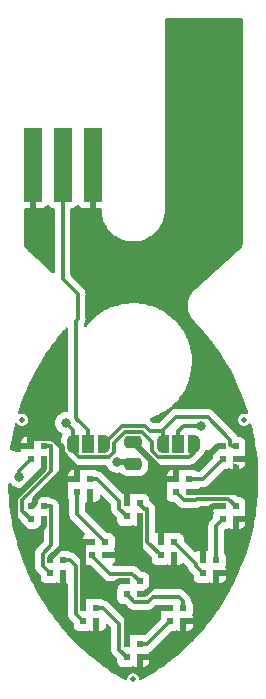
<source format=gbr>
G04 #@! TF.GenerationSoftware,KiCad,Pcbnew,(5.99.0-10027-g0561ce903e)*
G04 #@! TF.CreationDate,2021-10-10T12:50:56-07:00*
G04 #@! TF.ProjectId,scale_cca,7363616c-655f-4636-9361-2e6b69636164,v1r0*
G04 #@! TF.SameCoordinates,Original*
G04 #@! TF.FileFunction,Copper,L1,Top*
G04 #@! TF.FilePolarity,Positive*
%FSLAX46Y46*%
G04 Gerber Fmt 4.6, Leading zero omitted, Abs format (unit mm)*
G04 Created by KiCad (PCBNEW (5.99.0-10027-g0561ce903e)) date 2021-10-10 12:50:56*
%MOMM*%
%LPD*%
G01*
G04 APERTURE LIST*
G04 Aperture macros list*
%AMRoundRect*
0 Rectangle with rounded corners*
0 $1 Rounding radius*
0 $2 $3 $4 $5 $6 $7 $8 $9 X,Y pos of 4 corners*
0 Add a 4 corners polygon primitive as box body*
4,1,4,$2,$3,$4,$5,$6,$7,$8,$9,$2,$3,0*
0 Add four circle primitives for the rounded corners*
1,1,$1+$1,$2,$3*
1,1,$1+$1,$4,$5*
1,1,$1+$1,$6,$7*
1,1,$1+$1,$8,$9*
0 Add four rect primitives between the rounded corners*
20,1,$1+$1,$2,$3,$4,$5,0*
20,1,$1+$1,$4,$5,$6,$7,0*
20,1,$1+$1,$6,$7,$8,$9,0*
20,1,$1+$1,$8,$9,$2,$3,0*%
%AMFreePoly0*
4,1,22,0.550000,-0.750000,0.000000,-0.750000,0.000000,-0.745033,-0.079941,-0.743568,-0.215256,-0.701293,-0.333266,-0.622738,-0.424486,-0.514219,-0.481581,-0.384460,-0.499164,-0.250000,-0.500000,-0.250000,-0.500000,0.250000,-0.499164,0.250000,-0.499963,0.256109,-0.478152,0.396186,-0.417904,0.524511,-0.324060,0.630769,-0.204165,0.706417,-0.067858,0.745374,0.000000,0.744959,0.000000,0.750000,
0.550000,0.750000,0.550000,-0.750000,0.550000,-0.750000,$1*%
%AMFreePoly1*
4,1,20,0.000000,0.744959,0.073905,0.744508,0.209726,0.703889,0.328688,0.626782,0.421226,0.519385,0.479903,0.390333,0.500000,0.250000,0.500000,-0.250000,0.499851,-0.262216,0.476331,-0.402017,0.414519,-0.529596,0.319384,-0.634700,0.198574,-0.708877,0.061801,-0.746166,0.000000,-0.745033,0.000000,-0.750000,-0.550000,-0.750000,-0.550000,0.750000,0.000000,0.750000,0.000000,0.744959,
0.000000,0.744959,$1*%
G04 Aperture macros list end*
G04 #@! TA.AperFunction,SMDPad,CuDef*
%ADD10FreePoly0,0.000000*%
G04 #@! TD*
G04 #@! TA.AperFunction,SMDPad,CuDef*
%ADD11R,1.000000X1.500000*%
G04 #@! TD*
G04 #@! TA.AperFunction,SMDPad,CuDef*
%ADD12FreePoly1,0.000000*%
G04 #@! TD*
G04 #@! TA.AperFunction,SMDPad,CuDef*
%ADD13R,0.600000X0.600000*%
G04 #@! TD*
G04 #@! TA.AperFunction,SMDPad,CuDef*
%ADD14R,1.500000X6.250000*%
G04 #@! TD*
G04 #@! TA.AperFunction,SMDPad,CuDef*
%ADD15C,0.500000*%
G04 #@! TD*
G04 #@! TA.AperFunction,SMDPad,CuDef*
%ADD16RoundRect,0.250000X0.475000X-0.250000X0.475000X0.250000X-0.475000X0.250000X-0.475000X-0.250000X0*%
G04 #@! TD*
G04 #@! TA.AperFunction,ViaPad*
%ADD17C,0.800000*%
G04 #@! TD*
G04 #@! TA.AperFunction,Conductor*
%ADD18C,0.500000*%
G04 #@! TD*
G04 #@! TA.AperFunction,Conductor*
%ADD19C,0.300000*%
G04 #@! TD*
G04 APERTURE END LIST*
D10*
X39022500Y-40259000D03*
D11*
X40322500Y-40259000D03*
D12*
X41622500Y-40259000D03*
D13*
X41253500Y-44365000D03*
X41253500Y-43265000D03*
X40153500Y-43265000D03*
X40153500Y-44365000D03*
D14*
X33083500Y-16637000D03*
D15*
X27114500Y-38227000D03*
D13*
X34141500Y-49699000D03*
X34141500Y-48599000D03*
X33041500Y-48599000D03*
X33041500Y-49699000D03*
X30585500Y-51223000D03*
X30585500Y-50123000D03*
X29485500Y-50123000D03*
X29485500Y-51223000D03*
X32871500Y-44365000D03*
X32871500Y-43265000D03*
X31771500Y-43265000D03*
X31771500Y-44365000D03*
X39983500Y-49699000D03*
X39983500Y-48599000D03*
X38883500Y-48599000D03*
X38883500Y-49699000D03*
D10*
X31402500Y-40259000D03*
D11*
X32702500Y-40259000D03*
D12*
X34002500Y-40259000D03*
D13*
X45190500Y-46651000D03*
X45190500Y-45551000D03*
X44090500Y-45551000D03*
X44090500Y-46651000D03*
D14*
X30543500Y-16637000D03*
D13*
X28934500Y-41571000D03*
X28934500Y-40471000D03*
X27834500Y-40471000D03*
X27834500Y-41571000D03*
X33379500Y-55287000D03*
X33379500Y-54187000D03*
X32279500Y-54187000D03*
X32279500Y-55287000D03*
D16*
X36512500Y-41971000D03*
X36512500Y-40071000D03*
D13*
X37062500Y-53001000D03*
X37062500Y-51901000D03*
X35962500Y-51901000D03*
X35962500Y-53001000D03*
X37062500Y-58335000D03*
X37062500Y-57235000D03*
X35962500Y-57235000D03*
X35962500Y-58335000D03*
D15*
X36512500Y-60198000D03*
D13*
X37062500Y-46397000D03*
X37062500Y-45297000D03*
X35962500Y-45297000D03*
X35962500Y-46397000D03*
X45190500Y-41571000D03*
X45190500Y-40471000D03*
X44090500Y-40471000D03*
X44090500Y-41571000D03*
D15*
X45910500Y-38227000D03*
D13*
X28934500Y-46651000D03*
X28934500Y-45551000D03*
X27834500Y-45551000D03*
X27834500Y-46651000D03*
X40745500Y-55287000D03*
X40745500Y-54187000D03*
X39645500Y-54187000D03*
X39645500Y-55287000D03*
D14*
X28003500Y-16637000D03*
D13*
X43539500Y-51223000D03*
X43539500Y-50123000D03*
X42439500Y-50123000D03*
X42439500Y-51223000D03*
D17*
X30162500Y-33655000D03*
X29146500Y-21209000D03*
X37909500Y-55245000D03*
X31178500Y-47625000D03*
X38417500Y-44069000D03*
X41973500Y-48133000D03*
X29146500Y-23749000D03*
X29146500Y-22479000D03*
X26606500Y-40513000D03*
X30797500Y-38481000D03*
X26860500Y-43053000D03*
X33845500Y-45593000D03*
X43751500Y-12573000D03*
X43751500Y-11303000D03*
X43751500Y-13843000D03*
X35115500Y-41783000D03*
X42227500Y-38735000D03*
D18*
X28184489Y-44904011D02*
X30543500Y-42545000D01*
X30452480Y-40540424D02*
X29633045Y-39720989D01*
X27779511Y-40416011D02*
X27834500Y-40471000D01*
X27834500Y-45551000D02*
X27918500Y-45551000D01*
X44090500Y-45551000D02*
X43285500Y-45551000D01*
X35962500Y-51901000D02*
X35284500Y-51901000D01*
X35284500Y-51901000D02*
X34734500Y-52451000D01*
X35962500Y-57235000D02*
X35962500Y-54568000D01*
X32279500Y-54187000D02*
X32279500Y-51477000D01*
X29485500Y-50123000D02*
X29485500Y-49953000D01*
X31771500Y-43265000D02*
X31771500Y-42376000D01*
X29633045Y-39720989D02*
X27779511Y-39720989D01*
X28184489Y-45285011D02*
X28184489Y-44904011D01*
X29485500Y-49953000D02*
X30797500Y-48641000D01*
X32363500Y-48599000D02*
X33041500Y-48599000D01*
X44090500Y-40471000D02*
X43666500Y-40471000D01*
X32279500Y-48683000D02*
X32363500Y-48599000D01*
X35962500Y-45297000D02*
X35962500Y-44154000D01*
X43285500Y-45551000D02*
X42735500Y-46101000D01*
X32279500Y-54187000D02*
X32279500Y-48683000D01*
X36512500Y-40071000D02*
X36512500Y-40091556D01*
X27779511Y-39720989D02*
X27779511Y-40416011D01*
X31771500Y-42376000D02*
X30452480Y-41056980D01*
X27918500Y-45551000D02*
X28184489Y-45285011D01*
X43666500Y-40471000D02*
X42354500Y-41783000D01*
X30452480Y-41056980D02*
X30452480Y-40540424D01*
X36512500Y-40091556D02*
X38711944Y-42291000D01*
D19*
X26860500Y-43053000D02*
X26860500Y-42545000D01*
X41267513Y-41359020D02*
X38628520Y-41359020D01*
X35788962Y-39220980D02*
X34852520Y-40157422D01*
X34852520Y-40935963D02*
X34852520Y-40157422D01*
X31402500Y-40259000D02*
X31402500Y-40839020D01*
X34852520Y-40157422D02*
X34852520Y-40504020D01*
X26860500Y-42545000D02*
X27834500Y-41571000D01*
X31402500Y-40259000D02*
X31402500Y-39086000D01*
X41622500Y-40259000D02*
X41622500Y-41004033D01*
X38628520Y-41359020D02*
X38100000Y-40830500D01*
X31402500Y-39086000D02*
X30797500Y-38481000D01*
X31922491Y-41359011D02*
X34429472Y-41359011D01*
X41622500Y-41004033D02*
X41267513Y-41359020D01*
X34429472Y-41359011D02*
X34852520Y-40935963D01*
X31402500Y-40839020D02*
X31922491Y-41359011D01*
X38100000Y-40830500D02*
X38100000Y-40084942D01*
X37236038Y-39220980D02*
X35788962Y-39220980D01*
X38100000Y-40084942D02*
X37236038Y-39220980D01*
D18*
X37526944Y-53001000D02*
X38584944Y-51943000D01*
X33845500Y-45593000D02*
X33210500Y-45593000D01*
X45634469Y-44300969D02*
X45910500Y-44577000D01*
X35115500Y-41783000D02*
X36324500Y-41783000D01*
X28934500Y-41571000D02*
X28934500Y-42372424D01*
X26475924Y-44831000D02*
X26475924Y-46702444D01*
X32871500Y-45254000D02*
X32871500Y-44365000D01*
X28934500Y-47202000D02*
X28257500Y-47879000D01*
X27652480Y-47879000D02*
X28257500Y-47879000D01*
X36324500Y-41783000D02*
X36512500Y-41971000D01*
X37062500Y-46397000D02*
X37062500Y-49361000D01*
X26475924Y-46702444D02*
X27652480Y-47879000D01*
X28934500Y-46651000D02*
X28934500Y-47202000D01*
X28934500Y-42372424D02*
X26475924Y-44831000D01*
X41317531Y-44300969D02*
X45634469Y-44300969D01*
X37062500Y-53001000D02*
X37526944Y-53001000D01*
X38584944Y-51943000D02*
X38925500Y-51943000D01*
X41253500Y-44365000D02*
X41317531Y-44300969D01*
X33210500Y-45593000D02*
X32871500Y-45254000D01*
D19*
X29534500Y-40471000D02*
X29584511Y-40521011D01*
X27114500Y-45931000D02*
X27834500Y-46651000D01*
X29584511Y-40521011D02*
X29584511Y-42570969D01*
X29584511Y-42570969D02*
X27114500Y-45040980D01*
X27114500Y-45040980D02*
X27114500Y-45931000D01*
X28934500Y-40471000D02*
X29534500Y-40471000D01*
X29534500Y-45551000D02*
X29584511Y-45601011D01*
X29584511Y-48793969D02*
X28835489Y-49542991D01*
X28934500Y-45551000D02*
X29534500Y-45551000D01*
X29584511Y-45601011D02*
X29584511Y-48793969D01*
X28835489Y-50572989D02*
X29485500Y-51223000D01*
X28835489Y-49542991D02*
X28835489Y-50572989D01*
X31629489Y-50566989D02*
X31629489Y-54636989D01*
X31629489Y-54636989D02*
X32279500Y-55287000D01*
X30585500Y-50123000D02*
X31185500Y-50123000D01*
X31185500Y-50123000D02*
X31629489Y-50566989D01*
X33979500Y-54187000D02*
X35312489Y-55519989D01*
X33379500Y-54187000D02*
X33979500Y-54187000D01*
X35312489Y-55519989D02*
X35312489Y-57684989D01*
X35312489Y-57684989D02*
X35962500Y-58335000D01*
X37697500Y-57235000D02*
X39645500Y-55287000D01*
X37062500Y-57235000D02*
X37697500Y-57235000D01*
X40745500Y-53587000D02*
X40371500Y-53213000D01*
X40371500Y-53213000D02*
X38163500Y-53213000D01*
X36612511Y-53651011D02*
X35962500Y-53001000D01*
X37725489Y-53651011D02*
X36612511Y-53651011D01*
X38163500Y-53213000D02*
X37725489Y-53651011D01*
X40745500Y-54187000D02*
X40745500Y-53587000D01*
X35540540Y-38720960D02*
X34002500Y-40259000D01*
X40174980Y-37952480D02*
X38968480Y-39158980D01*
X45190500Y-40471000D02*
X44852500Y-40471000D01*
X37922480Y-39158980D02*
X37484460Y-38720960D01*
X39022500Y-39213000D02*
X38968480Y-39158980D01*
X37484460Y-38720960D02*
X35540540Y-38720960D01*
X39022500Y-40259000D02*
X39022500Y-39213000D01*
X44852500Y-40471000D02*
X44740511Y-40359011D01*
X44740511Y-40359011D02*
X44740511Y-39890991D01*
X44740511Y-39890991D02*
X42802000Y-37952480D01*
X38968480Y-39158980D02*
X37922480Y-39158980D01*
X42802000Y-37952480D02*
X40174980Y-37952480D01*
X36412489Y-51250989D02*
X34550489Y-51250989D01*
X37062500Y-51901000D02*
X36412489Y-51250989D01*
X33041500Y-49742000D02*
X33041500Y-49699000D01*
X34550489Y-51250989D02*
X33041500Y-49742000D01*
X31771500Y-44365000D02*
X31771500Y-46229000D01*
X31771500Y-46229000D02*
X34141500Y-48599000D01*
X35312489Y-45105989D02*
X35312489Y-45746989D01*
X32871500Y-43265000D02*
X33471500Y-43265000D01*
X35312489Y-45746989D02*
X35962500Y-46397000D01*
X33471500Y-43265000D02*
X35312489Y-45105989D01*
X37062500Y-45381000D02*
X37428489Y-45746989D01*
X37712511Y-45816991D02*
X37712511Y-48528011D01*
X37062500Y-45297000D02*
X37062500Y-45381000D01*
X37642509Y-45746989D02*
X37712511Y-45816991D01*
X37712511Y-48528011D02*
X38883500Y-49699000D01*
X37428489Y-45746989D02*
X37642509Y-45746989D01*
X41789489Y-50572989D02*
X42439500Y-51223000D01*
X39983500Y-48599000D02*
X41789489Y-50404989D01*
X41789489Y-50404989D02*
X41789489Y-50572989D01*
X43539500Y-50123000D02*
X43539500Y-47202000D01*
X43539500Y-47202000D02*
X44090500Y-46651000D01*
X42396500Y-43265000D02*
X44090500Y-41571000D01*
X41253500Y-43265000D02*
X42396500Y-43265000D01*
X31670018Y-38083518D02*
X31877000Y-38290500D01*
X30543500Y-26289000D02*
X31813500Y-27559000D01*
X31670018Y-29861482D02*
X31670018Y-38083518D01*
X30543500Y-16637000D02*
X30543500Y-26289000D01*
X31813500Y-29718000D02*
X31670018Y-29861482D01*
X32702500Y-39116000D02*
X32702500Y-40259000D01*
X31813500Y-27559000D02*
X31813500Y-29718000D01*
X31670018Y-38083518D02*
X32702500Y-39116000D01*
X41789489Y-45015011D02*
X40803511Y-45015011D01*
X40803511Y-45015011D02*
X40153500Y-44365000D01*
X41903511Y-44900989D02*
X41789489Y-45015011D01*
X45190500Y-45551000D02*
X44540489Y-44900989D01*
X44540489Y-44900989D02*
X41903511Y-44900989D01*
X40322500Y-39209000D02*
X40322500Y-40259000D01*
X42227500Y-38735000D02*
X40796500Y-38735000D01*
X40796500Y-38735000D02*
X40322500Y-39209000D01*
G04 #@! TA.AperFunction,Conductor*
G36*
X28199621Y-16403002D02*
G01*
X28246114Y-16456658D01*
X28257500Y-16509000D01*
X28257500Y-20256885D01*
X28261975Y-20272124D01*
X28263365Y-20273329D01*
X28271048Y-20275000D01*
X28751243Y-20275000D01*
X28755750Y-20274839D01*
X28819769Y-20270260D01*
X28832991Y-20267874D01*
X28957958Y-20231181D01*
X28974192Y-20223767D01*
X29081860Y-20154574D01*
X29095347Y-20142888D01*
X29179619Y-20045632D01*
X29239345Y-20007248D01*
X29310342Y-20007248D01*
X29370068Y-20045631D01*
X29380841Y-20060022D01*
X29400550Y-20090689D01*
X29405423Y-20098271D01*
X29412233Y-20104172D01*
X29509069Y-20188082D01*
X29509072Y-20188084D01*
X29515881Y-20193984D01*
X29648830Y-20254700D01*
X29657745Y-20255982D01*
X29657746Y-20255982D01*
X29776932Y-20273118D01*
X29841512Y-20302611D01*
X29879896Y-20362338D01*
X29885000Y-20397836D01*
X29885000Y-25662568D01*
X29864998Y-25730689D01*
X29811342Y-25777182D01*
X29741068Y-25787286D01*
X29674890Y-25756385D01*
X28348401Y-24567120D01*
X27725336Y-24008510D01*
X27643312Y-23934971D01*
X27635909Y-23927764D01*
X27588968Y-23878164D01*
X27588963Y-23878160D01*
X27585618Y-23874625D01*
X27515109Y-23820075D01*
X27508467Y-23814561D01*
X27489558Y-23797737D01*
X27481017Y-23789379D01*
X27406142Y-23708791D01*
X27398432Y-23699657D01*
X27395809Y-23696232D01*
X27389008Y-23686421D01*
X27330708Y-23593151D01*
X27324868Y-23582740D01*
X27322944Y-23578893D01*
X27318106Y-23567948D01*
X27278461Y-23465320D01*
X27274691Y-23453986D01*
X27273524Y-23449829D01*
X27270848Y-23438189D01*
X27251309Y-23329971D01*
X27249744Y-23318107D01*
X27247631Y-23292898D01*
X27247205Y-23284260D01*
X27245987Y-23202887D01*
X27245920Y-23198410D01*
X27243054Y-23180331D01*
X27241500Y-23160603D01*
X27241500Y-20401000D01*
X27261502Y-20332879D01*
X27315158Y-20286386D01*
X27367500Y-20275000D01*
X27731385Y-20275000D01*
X27746624Y-20270525D01*
X27747829Y-20269135D01*
X27749500Y-20261452D01*
X27749500Y-16509000D01*
X27769502Y-16440879D01*
X27823158Y-16394386D01*
X27875500Y-16383000D01*
X28131500Y-16383000D01*
X28199621Y-16403002D01*
G37*
G04 #@! TD.AperFunction*
G04 #@! TA.AperFunction,Conductor*
G36*
X45444500Y-42014826D02*
G01*
X45444500Y-42365885D01*
X45448975Y-42381124D01*
X45450365Y-42382329D01*
X45458048Y-42384000D01*
X45488243Y-42384000D01*
X45492750Y-42383839D01*
X45556769Y-42379260D01*
X45569991Y-42376874D01*
X45694958Y-42340181D01*
X45711192Y-42332767D01*
X45818860Y-42263574D01*
X45832347Y-42251888D01*
X45916162Y-42155160D01*
X45925679Y-42140351D01*
X47088345Y-42443655D01*
X47093970Y-42543613D01*
X47094097Y-42546438D01*
X47101223Y-42757368D01*
X47101287Y-42760194D01*
X47108732Y-43417165D01*
X47108732Y-43419992D01*
X47107399Y-43540077D01*
X47106611Y-43611018D01*
X47106387Y-43631172D01*
X47106325Y-43633953D01*
X47084572Y-44282110D01*
X47084288Y-44290564D01*
X47084162Y-44293388D01*
X47072340Y-44504308D01*
X47072158Y-44507017D01*
X47021217Y-45155189D01*
X47020680Y-45162026D01*
X47020428Y-45164833D01*
X46999163Y-45374941D01*
X46999162Y-45374946D01*
X46998850Y-45377708D01*
X46927313Y-45954921D01*
X46918045Y-46029698D01*
X46917666Y-46032499D01*
X46886988Y-46241492D01*
X46886546Y-46244285D01*
X46776577Y-46891944D01*
X46776080Y-46894688D01*
X46736057Y-47102092D01*
X46735509Y-47104772D01*
X46629218Y-47596058D01*
X46596562Y-47746996D01*
X46595933Y-47749752D01*
X46546661Y-47955087D01*
X46546006Y-47957688D01*
X46473461Y-48232660D01*
X46378377Y-48593058D01*
X46377626Y-48595782D01*
X46319193Y-48798695D01*
X46318413Y-48801295D01*
X46122445Y-49428515D01*
X46121571Y-49431203D01*
X46104195Y-49482728D01*
X46054099Y-49631272D01*
X46053229Y-49633761D01*
X45829292Y-50251631D01*
X45828324Y-50254209D01*
X45751951Y-50451029D01*
X45751938Y-50451063D01*
X45750900Y-50453653D01*
X45507003Y-51042658D01*
X45499529Y-51060707D01*
X45498428Y-51063285D01*
X45466791Y-51135085D01*
X45413289Y-51256508D01*
X45412120Y-51259081D01*
X45250058Y-51605597D01*
X45133778Y-51854224D01*
X45133757Y-51854268D01*
X45132576Y-51856723D01*
X45038833Y-52045975D01*
X45037573Y-52048447D01*
X44732778Y-52630562D01*
X44731478Y-52632979D01*
X44668700Y-52746597D01*
X44629340Y-52817832D01*
X44627945Y-52820290D01*
X44304140Y-53376468D01*
X44297396Y-53388051D01*
X44295946Y-53390479D01*
X44185645Y-53570518D01*
X44184141Y-53572912D01*
X43828402Y-54125346D01*
X43826845Y-54127706D01*
X43708638Y-54302527D01*
X43707028Y-54304851D01*
X43326875Y-54840753D01*
X43325213Y-54843041D01*
X43255556Y-54936709D01*
X43205581Y-55003912D01*
X43199200Y-55012492D01*
X43197494Y-55014734D01*
X43150506Y-55075045D01*
X42793715Y-55532996D01*
X42791952Y-55535206D01*
X42658485Y-55698807D01*
X42656690Y-55700958D01*
X42556616Y-55818156D01*
X42230045Y-56200606D01*
X42228206Y-56202712D01*
X42087438Y-56360266D01*
X42085647Y-56362226D01*
X41636941Y-56842309D01*
X41635040Y-56844298D01*
X41487439Y-56995282D01*
X41485440Y-56997282D01*
X41015708Y-57456690D01*
X41013700Y-57458611D01*
X40859420Y-57602871D01*
X40857403Y-57604715D01*
X40819173Y-57638887D01*
X40367547Y-58042573D01*
X40365418Y-58044433D01*
X40204854Y-58181599D01*
X40202684Y-58183411D01*
X39693737Y-58598803D01*
X39691527Y-58600566D01*
X39524999Y-58730368D01*
X39522768Y-58732067D01*
X38996032Y-59123958D01*
X38995572Y-59124300D01*
X38993349Y-59125915D01*
X38821106Y-59248157D01*
X38818847Y-59249722D01*
X38274654Y-59617861D01*
X38272301Y-59619415D01*
X38094738Y-59733811D01*
X38092461Y-59735242D01*
X37618266Y-60025902D01*
X37532318Y-60078584D01*
X37529891Y-60080035D01*
X37347323Y-60186380D01*
X37344915Y-60187747D01*
X37200423Y-60267625D01*
X37131130Y-60283077D01*
X37064481Y-60258613D01*
X37021639Y-60202000D01*
X37014737Y-60175215D01*
X36998955Y-60065009D01*
X36998954Y-60065006D01*
X36997682Y-60056123D01*
X36938360Y-59925651D01*
X36844803Y-59817074D01*
X36724533Y-59739118D01*
X36715936Y-59736547D01*
X36715934Y-59736546D01*
X36632196Y-59711503D01*
X36587218Y-59698052D01*
X36578242Y-59697997D01*
X36578241Y-59697997D01*
X36516527Y-59697620D01*
X36443896Y-59697177D01*
X36435265Y-59699644D01*
X36435263Y-59699644D01*
X36314723Y-59734094D01*
X36314720Y-59734095D01*
X36306089Y-59736562D01*
X36184875Y-59813042D01*
X36089999Y-59920469D01*
X36059544Y-59985337D01*
X36047519Y-60010950D01*
X36029088Y-60050206D01*
X36027707Y-60059074D01*
X36027707Y-60059075D01*
X36009438Y-60176409D01*
X35979194Y-60240641D01*
X35919024Y-60278326D01*
X35848032Y-60277498D01*
X35823978Y-60267296D01*
X35775762Y-60240641D01*
X35680108Y-60187761D01*
X35677675Y-60186380D01*
X35495096Y-60080029D01*
X35492700Y-60078597D01*
X35232080Y-59918849D01*
X34932605Y-59735284D01*
X34930212Y-59733780D01*
X34752747Y-59619448D01*
X34750387Y-59617890D01*
X34206143Y-59249716D01*
X34203819Y-59248106D01*
X34063469Y-59148500D01*
X34031703Y-59125955D01*
X34029428Y-59124301D01*
X33502280Y-58732104D01*
X33500031Y-58730392D01*
X33371878Y-58630503D01*
X33333437Y-58600540D01*
X33331240Y-58598787D01*
X32822315Y-58183412D01*
X32820145Y-58181600D01*
X32659573Y-58044428D01*
X32657444Y-58042568D01*
X32167629Y-57604745D01*
X32165542Y-57602837D01*
X32095183Y-57537048D01*
X32011279Y-57458593D01*
X32009255Y-57456657D01*
X31539538Y-56997261D01*
X31537559Y-56995282D01*
X31389920Y-56844259D01*
X31388057Y-56842309D01*
X30939395Y-56362273D01*
X30937488Y-56360186D01*
X30796803Y-56202724D01*
X30794943Y-56200595D01*
X30437460Y-55781942D01*
X30368307Y-55700955D01*
X30366497Y-55698787D01*
X30233056Y-55535218D01*
X30231294Y-55533008D01*
X30102095Y-55367179D01*
X29827498Y-55014725D01*
X29825832Y-55012538D01*
X29699776Y-54843029D01*
X29698114Y-54840741D01*
X29317973Y-54304855D01*
X29316363Y-54302531D01*
X29198146Y-54127695D01*
X29196589Y-54125335D01*
X28840852Y-53572903D01*
X28839348Y-53570509D01*
X28786953Y-53484988D01*
X28729050Y-53390475D01*
X28727646Y-53388125D01*
X28397062Y-52820306D01*
X28395667Y-52817847D01*
X28293522Y-52632983D01*
X28292183Y-52630493D01*
X28285818Y-52618336D01*
X27987421Y-52048440D01*
X27986199Y-52046043D01*
X27892427Y-51856732D01*
X27891239Y-51854264D01*
X27673024Y-51387684D01*
X27612869Y-51259062D01*
X27611700Y-51256488D01*
X27526599Y-51063350D01*
X27525488Y-51060750D01*
X27414265Y-50792150D01*
X27274084Y-50453618D01*
X27273046Y-50451029D01*
X27261875Y-50422238D01*
X27196686Y-50254241D01*
X27195706Y-50251631D01*
X27181457Y-50212316D01*
X26971784Y-49633798D01*
X26970880Y-49631213D01*
X26903427Y-49431202D01*
X26902553Y-49428513D01*
X26835066Y-49212512D01*
X26706597Y-48801331D01*
X26705790Y-48798639D01*
X26687735Y-48735943D01*
X26647351Y-48595706D01*
X26646620Y-48593058D01*
X26479015Y-47957774D01*
X26478338Y-47955087D01*
X26429059Y-47749721D01*
X26428430Y-47746965D01*
X26366241Y-47459525D01*
X26289491Y-47104780D01*
X26288957Y-47102172D01*
X26248907Y-46894626D01*
X26248421Y-46891944D01*
X26154779Y-46340435D01*
X26138449Y-46244257D01*
X26138007Y-46241464D01*
X26107336Y-46032517D01*
X26106957Y-46029716D01*
X26026154Y-45377751D01*
X26025837Y-45374941D01*
X26004574Y-45164857D01*
X26004321Y-45162041D01*
X25952845Y-44507063D01*
X25952655Y-44504242D01*
X25940837Y-44293390D01*
X25940711Y-44290566D01*
X25940622Y-44287900D01*
X25920876Y-43699553D01*
X25938581Y-43630801D01*
X25990647Y-43582535D01*
X26060542Y-43570079D01*
X26126076Y-43597389D01*
X26140439Y-43611017D01*
X26249249Y-43731863D01*
X26254591Y-43735744D01*
X26254593Y-43735746D01*
X26332417Y-43792288D01*
X26403750Y-43844114D01*
X26409778Y-43846798D01*
X26409780Y-43846799D01*
X26572182Y-43919105D01*
X26578213Y-43921790D01*
X26658779Y-43938915D01*
X26758556Y-43960124D01*
X26758561Y-43960124D01*
X26765013Y-43961496D01*
X26955987Y-43961496D01*
X26955987Y-43963773D01*
X27015511Y-43974664D01*
X27067354Y-44023170D01*
X27084742Y-44092004D01*
X27062156Y-44159312D01*
X27047929Y-44176292D01*
X26705147Y-44519074D01*
X26697692Y-44525858D01*
X26691569Y-44529744D01*
X26686144Y-44535521D01*
X26648097Y-44576037D01*
X26645342Y-44578879D01*
X26620884Y-44603337D01*
X26617038Y-44608295D01*
X26609336Y-44617313D01*
X26583146Y-44645202D01*
X26583144Y-44645205D01*
X26577717Y-44650984D01*
X26573898Y-44657931D01*
X26573895Y-44657935D01*
X26567389Y-44669770D01*
X26556532Y-44686298D01*
X26543397Y-44703231D01*
X26525053Y-44745621D01*
X26519843Y-44756258D01*
X26497593Y-44796729D01*
X26495621Y-44804410D01*
X26492261Y-44817494D01*
X26485858Y-44836197D01*
X26477345Y-44855870D01*
X26476105Y-44863700D01*
X26476103Y-44863706D01*
X26470120Y-44901478D01*
X26467714Y-44913098D01*
X26457709Y-44952066D01*
X26457708Y-44952072D01*
X26456232Y-44957821D01*
X26456000Y-44961508D01*
X26456000Y-44980717D01*
X26454449Y-45000427D01*
X26451327Y-45020139D01*
X26452073Y-45028031D01*
X26455441Y-45063660D01*
X26456000Y-45075518D01*
X26456000Y-45851420D01*
X26455526Y-45861484D01*
X26453944Y-45868559D01*
X26454193Y-45876481D01*
X26455938Y-45932011D01*
X26456000Y-45935969D01*
X26456000Y-45970579D01*
X26456497Y-45974510D01*
X26456497Y-45974516D01*
X26456786Y-45976805D01*
X26457717Y-45988630D01*
X26458619Y-46017321D01*
X26459168Y-46034794D01*
X26461381Y-46042410D01*
X26461381Y-46042412D01*
X26465150Y-46055386D01*
X26469159Y-46074745D01*
X26471845Y-46096006D01*
X26474762Y-46103372D01*
X26474763Y-46103378D01*
X26488840Y-46138932D01*
X26492685Y-46150161D01*
X26505569Y-46194508D01*
X26509605Y-46201332D01*
X26516484Y-46212964D01*
X26525180Y-46230713D01*
X26533071Y-46250644D01*
X26546102Y-46268579D01*
X26560213Y-46288002D01*
X26566728Y-46297920D01*
X26590232Y-46337663D01*
X26592675Y-46340435D01*
X26606261Y-46354021D01*
X26619096Y-46369048D01*
X26630829Y-46385197D01*
X26636938Y-46390251D01*
X26636940Y-46390253D01*
X26664517Y-46413067D01*
X26673297Y-46421057D01*
X26984095Y-46731855D01*
X27018121Y-46794167D01*
X27021000Y-46820950D01*
X27021000Y-46951000D01*
X27026227Y-47024079D01*
X27067404Y-47164316D01*
X27084233Y-47190502D01*
X27141551Y-47279691D01*
X27141553Y-47279694D01*
X27146423Y-47287271D01*
X27153233Y-47293172D01*
X27250069Y-47377082D01*
X27250072Y-47377084D01*
X27256881Y-47382984D01*
X27265079Y-47386728D01*
X27370940Y-47435073D01*
X27389830Y-47443700D01*
X27398745Y-47444982D01*
X27398746Y-47444982D01*
X27530052Y-47463861D01*
X27530059Y-47463862D01*
X27534500Y-47464500D01*
X28134500Y-47464500D01*
X28207579Y-47459273D01*
X28347816Y-47418096D01*
X28348328Y-47419840D01*
X28407777Y-47411294D01*
X28442183Y-47421397D01*
X28481772Y-47439476D01*
X28498888Y-47444502D01*
X28630054Y-47463361D01*
X28638995Y-47464000D01*
X28800011Y-47464000D01*
X28868132Y-47484002D01*
X28914625Y-47537658D01*
X28926011Y-47590000D01*
X28926011Y-48469018D01*
X28906009Y-48537139D01*
X28889107Y-48558113D01*
X28426131Y-49021090D01*
X28418680Y-49027870D01*
X28412558Y-49031755D01*
X28369086Y-49078048D01*
X28366331Y-49080890D01*
X28341873Y-49105348D01*
X28338027Y-49110306D01*
X28330325Y-49119324D01*
X28304135Y-49147213D01*
X28304133Y-49147216D01*
X28298706Y-49152995D01*
X28294887Y-49159942D01*
X28294884Y-49159946D01*
X28288378Y-49171781D01*
X28277521Y-49188309D01*
X28264386Y-49205242D01*
X28246042Y-49247632D01*
X28240832Y-49258269D01*
X28218582Y-49298740D01*
X28216610Y-49306421D01*
X28213250Y-49319505D01*
X28206847Y-49338208D01*
X28198334Y-49357881D01*
X28197094Y-49365711D01*
X28197092Y-49365717D01*
X28191109Y-49403489D01*
X28188703Y-49415109D01*
X28178698Y-49454077D01*
X28178697Y-49454083D01*
X28177221Y-49459832D01*
X28176989Y-49463519D01*
X28176989Y-49482728D01*
X28175438Y-49502438D01*
X28172316Y-49522150D01*
X28173062Y-49530042D01*
X28176430Y-49565671D01*
X28176989Y-49577529D01*
X28176989Y-50493409D01*
X28176515Y-50503473D01*
X28174933Y-50510548D01*
X28175182Y-50518470D01*
X28176927Y-50574000D01*
X28176989Y-50577958D01*
X28176989Y-50612568D01*
X28177486Y-50616499D01*
X28177486Y-50616505D01*
X28177775Y-50618794D01*
X28178706Y-50630619D01*
X28180157Y-50676783D01*
X28182370Y-50684399D01*
X28182370Y-50684401D01*
X28186139Y-50697375D01*
X28190148Y-50716734D01*
X28190515Y-50719635D01*
X28192834Y-50737995D01*
X28195751Y-50745361D01*
X28195752Y-50745367D01*
X28209829Y-50780921D01*
X28213674Y-50792150D01*
X28226558Y-50836497D01*
X28230594Y-50843321D01*
X28237473Y-50854953D01*
X28246169Y-50872702D01*
X28254060Y-50892633D01*
X28258722Y-50899049D01*
X28281202Y-50929991D01*
X28287717Y-50939909D01*
X28311221Y-50979652D01*
X28313664Y-50982424D01*
X28327250Y-50996010D01*
X28340085Y-51011037D01*
X28351818Y-51027186D01*
X28357927Y-51032240D01*
X28357929Y-51032242D01*
X28385506Y-51055056D01*
X28394286Y-51063046D01*
X28635095Y-51303855D01*
X28669121Y-51366167D01*
X28672000Y-51392950D01*
X28672000Y-51523000D01*
X28677227Y-51596079D01*
X28718404Y-51736316D01*
X28723275Y-51743895D01*
X28792551Y-51851691D01*
X28792553Y-51851694D01*
X28797423Y-51859271D01*
X28804233Y-51865172D01*
X28901069Y-51949082D01*
X28901072Y-51949084D01*
X28907881Y-51954984D01*
X29040830Y-52015700D01*
X29049745Y-52016982D01*
X29049746Y-52016982D01*
X29181052Y-52035861D01*
X29181059Y-52035862D01*
X29185500Y-52036500D01*
X29785500Y-52036500D01*
X29858579Y-52031273D01*
X29998816Y-51990096D01*
X29999328Y-51991840D01*
X30058777Y-51983294D01*
X30093183Y-51993397D01*
X30132772Y-52011476D01*
X30149888Y-52016502D01*
X30281054Y-52035361D01*
X30289995Y-52036000D01*
X30313385Y-52036000D01*
X30328624Y-52031525D01*
X30329829Y-52030135D01*
X30331500Y-52022452D01*
X30331500Y-51095000D01*
X30351502Y-51026879D01*
X30405158Y-50980386D01*
X30457500Y-50969000D01*
X30713500Y-50969000D01*
X30781621Y-50989002D01*
X30828114Y-51042658D01*
X30839500Y-51095000D01*
X30839500Y-52017885D01*
X30843975Y-52033124D01*
X30845365Y-52034329D01*
X30866283Y-52038879D01*
X30865593Y-52042050D01*
X30913110Y-52056002D01*
X30959603Y-52109658D01*
X30970989Y-52162000D01*
X30970989Y-54557409D01*
X30970515Y-54567473D01*
X30968933Y-54574548D01*
X30969182Y-54582470D01*
X30970927Y-54638000D01*
X30970989Y-54641958D01*
X30970989Y-54676568D01*
X30971486Y-54680499D01*
X30971486Y-54680505D01*
X30971775Y-54682794D01*
X30972706Y-54694619D01*
X30973344Y-54714922D01*
X30974157Y-54740783D01*
X30976370Y-54748399D01*
X30976370Y-54748401D01*
X30980139Y-54761375D01*
X30984148Y-54780734D01*
X30985484Y-54791305D01*
X30986834Y-54801995D01*
X30989751Y-54809361D01*
X30989752Y-54809367D01*
X31003829Y-54844921D01*
X31007674Y-54856150D01*
X31020558Y-54900497D01*
X31024594Y-54907321D01*
X31031473Y-54918953D01*
X31040169Y-54936702D01*
X31048060Y-54956633D01*
X31052722Y-54963049D01*
X31075202Y-54993991D01*
X31081717Y-55003909D01*
X31105221Y-55043652D01*
X31107664Y-55046424D01*
X31121250Y-55060010D01*
X31134085Y-55075037D01*
X31145818Y-55091186D01*
X31151927Y-55096240D01*
X31151929Y-55096242D01*
X31179506Y-55119056D01*
X31188286Y-55127046D01*
X31429095Y-55367855D01*
X31463121Y-55430167D01*
X31466000Y-55456950D01*
X31466000Y-55587000D01*
X31471227Y-55660079D01*
X31512404Y-55800316D01*
X31517275Y-55807895D01*
X31586551Y-55915691D01*
X31586553Y-55915694D01*
X31591423Y-55923271D01*
X31598233Y-55929172D01*
X31695069Y-56013082D01*
X31695072Y-56013084D01*
X31701881Y-56018984D01*
X31834830Y-56079700D01*
X31843745Y-56080982D01*
X31843746Y-56080982D01*
X31975052Y-56099861D01*
X31975059Y-56099862D01*
X31979500Y-56100500D01*
X32579500Y-56100500D01*
X32652579Y-56095273D01*
X32792816Y-56054096D01*
X32793328Y-56055840D01*
X32852777Y-56047294D01*
X32887183Y-56057397D01*
X32926772Y-56075476D01*
X32943888Y-56080502D01*
X33075054Y-56099361D01*
X33083995Y-56100000D01*
X33107385Y-56100000D01*
X33122624Y-56095525D01*
X33123829Y-56094135D01*
X33125500Y-56086452D01*
X33125500Y-55159000D01*
X33145502Y-55090879D01*
X33199158Y-55044386D01*
X33251500Y-55033000D01*
X33507500Y-55033000D01*
X33575621Y-55053002D01*
X33622114Y-55106658D01*
X33633500Y-55159000D01*
X33633500Y-56081885D01*
X33637975Y-56097124D01*
X33639365Y-56098329D01*
X33647048Y-56100000D01*
X33677243Y-56100000D01*
X33681750Y-56099839D01*
X33745769Y-56095260D01*
X33758991Y-56092874D01*
X33883958Y-56056181D01*
X33900192Y-56048767D01*
X34007860Y-55979574D01*
X34021347Y-55967888D01*
X34105162Y-55871160D01*
X34114807Y-55856152D01*
X34167977Y-55739725D01*
X34173002Y-55722612D01*
X34188825Y-55612561D01*
X34218319Y-55547981D01*
X34278045Y-55509597D01*
X34349041Y-55509597D01*
X34402638Y-55541398D01*
X34617084Y-55755844D01*
X34651110Y-55818156D01*
X34653989Y-55844939D01*
X34653989Y-57605409D01*
X34653515Y-57615473D01*
X34651933Y-57622548D01*
X34652182Y-57630470D01*
X34653927Y-57686000D01*
X34653989Y-57689958D01*
X34653989Y-57724568D01*
X34654486Y-57728499D01*
X34654486Y-57728505D01*
X34654775Y-57730794D01*
X34655706Y-57742619D01*
X34656324Y-57762288D01*
X34657157Y-57788783D01*
X34659370Y-57796399D01*
X34659370Y-57796401D01*
X34663139Y-57809375D01*
X34667148Y-57828734D01*
X34669834Y-57849995D01*
X34672751Y-57857361D01*
X34672752Y-57857367D01*
X34686829Y-57892921D01*
X34690674Y-57904150D01*
X34703558Y-57948497D01*
X34707594Y-57955321D01*
X34714473Y-57966953D01*
X34723169Y-57984702D01*
X34731060Y-58004633D01*
X34735722Y-58011049D01*
X34758202Y-58041991D01*
X34764717Y-58051909D01*
X34788221Y-58091652D01*
X34790664Y-58094424D01*
X34804250Y-58108010D01*
X34817085Y-58123037D01*
X34828818Y-58139186D01*
X34834927Y-58144240D01*
X34834929Y-58144242D01*
X34862506Y-58167056D01*
X34871286Y-58175046D01*
X35112095Y-58415855D01*
X35146121Y-58478167D01*
X35149000Y-58504950D01*
X35149000Y-58635000D01*
X35154227Y-58708079D01*
X35195404Y-58848316D01*
X35215984Y-58880339D01*
X35269551Y-58963691D01*
X35269553Y-58963694D01*
X35274423Y-58971271D01*
X35281233Y-58977172D01*
X35378069Y-59061082D01*
X35378072Y-59061084D01*
X35384881Y-59066984D01*
X35517830Y-59127700D01*
X35526745Y-59128982D01*
X35526746Y-59128982D01*
X35658052Y-59147861D01*
X35658059Y-59147862D01*
X35662500Y-59148500D01*
X36262500Y-59148500D01*
X36335579Y-59143273D01*
X36475816Y-59102096D01*
X36476328Y-59103840D01*
X36535777Y-59095294D01*
X36570183Y-59105397D01*
X36609772Y-59123476D01*
X36626888Y-59128502D01*
X36758054Y-59147361D01*
X36766995Y-59148000D01*
X36790385Y-59148000D01*
X36805624Y-59143525D01*
X36806829Y-59142135D01*
X36808500Y-59134452D01*
X36808500Y-58602548D01*
X37316500Y-58602548D01*
X37316500Y-59129885D01*
X37320975Y-59145124D01*
X37322365Y-59146329D01*
X37330048Y-59148000D01*
X37360243Y-59148000D01*
X37364750Y-59147839D01*
X37428769Y-59143260D01*
X37441991Y-59140874D01*
X37566958Y-59104181D01*
X37583192Y-59096767D01*
X37690860Y-59027574D01*
X37704347Y-59015888D01*
X37788162Y-58919160D01*
X37797807Y-58904152D01*
X37850977Y-58787725D01*
X37856002Y-58770612D01*
X37874861Y-58639446D01*
X37875500Y-58630503D01*
X37875500Y-58607115D01*
X37871025Y-58591876D01*
X37869635Y-58590671D01*
X37861952Y-58589000D01*
X37334615Y-58589000D01*
X37319376Y-58593475D01*
X37318171Y-58594865D01*
X37316500Y-58602548D01*
X36808500Y-58602548D01*
X36808500Y-58207000D01*
X36828502Y-58138879D01*
X36882158Y-58092386D01*
X36934500Y-58081000D01*
X37857385Y-58081000D01*
X37872624Y-58076525D01*
X37873829Y-58075135D01*
X37875500Y-58067452D01*
X37875500Y-58037257D01*
X37875339Y-58032752D01*
X37871111Y-57973646D01*
X37886202Y-57904272D01*
X37936403Y-57854069D01*
X37946748Y-57849020D01*
X37953399Y-57846142D01*
X37961008Y-57843931D01*
X37979464Y-57833016D01*
X37997213Y-57824320D01*
X38017144Y-57816429D01*
X38044710Y-57796401D01*
X38054502Y-57789287D01*
X38064423Y-57782770D01*
X38099056Y-57762288D01*
X38104163Y-57759268D01*
X38106935Y-57756825D01*
X38120521Y-57743239D01*
X38135548Y-57730404D01*
X38151697Y-57718671D01*
X38156751Y-57712562D01*
X38156753Y-57712560D01*
X38179567Y-57684983D01*
X38187557Y-57676203D01*
X39726354Y-56137405D01*
X39788666Y-56103380D01*
X39815449Y-56100500D01*
X39945500Y-56100500D01*
X40018579Y-56095273D01*
X40158816Y-56054096D01*
X40159328Y-56055840D01*
X40218777Y-56047294D01*
X40253183Y-56057397D01*
X40292772Y-56075476D01*
X40309888Y-56080502D01*
X40441054Y-56099361D01*
X40449995Y-56100000D01*
X40473385Y-56100000D01*
X40488624Y-56095525D01*
X40489829Y-56094135D01*
X40491500Y-56086452D01*
X40491500Y-55554548D01*
X40999500Y-55554548D01*
X40999500Y-56081885D01*
X41003975Y-56097124D01*
X41005365Y-56098329D01*
X41013048Y-56100000D01*
X41043243Y-56100000D01*
X41047750Y-56099839D01*
X41111769Y-56095260D01*
X41124991Y-56092874D01*
X41249958Y-56056181D01*
X41266192Y-56048767D01*
X41373860Y-55979574D01*
X41387347Y-55967888D01*
X41471162Y-55871160D01*
X41480807Y-55856152D01*
X41533977Y-55739725D01*
X41539002Y-55722612D01*
X41557861Y-55591446D01*
X41558500Y-55582503D01*
X41558500Y-55559115D01*
X41554025Y-55543876D01*
X41552635Y-55542671D01*
X41544952Y-55541000D01*
X41017615Y-55541000D01*
X41002376Y-55545475D01*
X41001171Y-55546865D01*
X40999500Y-55554548D01*
X40491500Y-55554548D01*
X40491500Y-55159000D01*
X40511502Y-55090879D01*
X40565158Y-55044386D01*
X40617500Y-55033000D01*
X41540385Y-55033000D01*
X41555624Y-55028525D01*
X41556829Y-55027135D01*
X41558500Y-55019452D01*
X41558500Y-54989257D01*
X41558339Y-54984750D01*
X41553760Y-54920731D01*
X41551374Y-54907509D01*
X41512141Y-54773892D01*
X41514182Y-54773293D01*
X41505791Y-54714922D01*
X41515894Y-54680514D01*
X41534458Y-54639865D01*
X41534459Y-54639862D01*
X41538200Y-54631670D01*
X41546413Y-54574548D01*
X41558361Y-54491448D01*
X41558362Y-54491441D01*
X41559000Y-54487000D01*
X41559000Y-53887000D01*
X41553773Y-53813921D01*
X41525977Y-53719256D01*
X41515135Y-53682330D01*
X41515134Y-53682328D01*
X41512596Y-53673684D01*
X41433577Y-53550729D01*
X41428758Y-53546553D01*
X41400945Y-53486786D01*
X41400832Y-53483206D01*
X41394850Y-53462614D01*
X41390841Y-53443255D01*
X41389149Y-53429859D01*
X41389148Y-53429856D01*
X41388155Y-53421994D01*
X41371159Y-53379067D01*
X41367314Y-53367836D01*
X41356643Y-53331106D01*
X41356642Y-53331104D01*
X41354431Y-53323493D01*
X41343514Y-53305034D01*
X41334821Y-53287288D01*
X41334565Y-53286643D01*
X41326929Y-53267356D01*
X41322267Y-53260939D01*
X41299788Y-53229999D01*
X41293270Y-53220077D01*
X41281219Y-53199700D01*
X41269768Y-53180337D01*
X41267325Y-53177565D01*
X41253739Y-53163979D01*
X41240904Y-53148952D01*
X41229171Y-53132803D01*
X41195487Y-53104937D01*
X41186708Y-53096948D01*
X40893405Y-52803645D01*
X40886621Y-52796190D01*
X40882736Y-52790069D01*
X40836442Y-52746596D01*
X40833601Y-52743842D01*
X40809143Y-52719384D01*
X40804185Y-52715538D01*
X40795167Y-52707836D01*
X40767278Y-52681646D01*
X40767275Y-52681644D01*
X40761496Y-52676217D01*
X40754549Y-52672398D01*
X40754545Y-52672395D01*
X40742710Y-52665889D01*
X40726182Y-52655032D01*
X40723325Y-52652816D01*
X40709249Y-52641897D01*
X40666859Y-52623553D01*
X40656222Y-52618343D01*
X40615751Y-52596093D01*
X40607474Y-52593968D01*
X40594986Y-52590761D01*
X40576283Y-52584358D01*
X40563887Y-52578994D01*
X40563886Y-52578994D01*
X40556610Y-52575845D01*
X40548780Y-52574605D01*
X40548774Y-52574603D01*
X40511002Y-52568620D01*
X40499382Y-52566214D01*
X40460414Y-52556209D01*
X40460408Y-52556208D01*
X40454659Y-52554732D01*
X40450972Y-52554500D01*
X40431763Y-52554500D01*
X40412052Y-52552949D01*
X40400170Y-52551067D01*
X40392341Y-52549827D01*
X40384449Y-52550573D01*
X40348820Y-52553941D01*
X40336962Y-52554500D01*
X38243080Y-52554500D01*
X38233016Y-52554026D01*
X38225941Y-52552444D01*
X38162489Y-52554438D01*
X38158531Y-52554500D01*
X38123921Y-52554500D01*
X38119990Y-52554997D01*
X38119984Y-52554997D01*
X38117695Y-52555286D01*
X38105870Y-52556217D01*
X38069386Y-52557364D01*
X38059706Y-52557668D01*
X38052090Y-52559881D01*
X38052088Y-52559881D01*
X38039114Y-52563650D01*
X38019755Y-52567659D01*
X38006359Y-52569351D01*
X38006356Y-52569352D01*
X37998494Y-52570345D01*
X37991127Y-52573262D01*
X37983442Y-52575235D01*
X37982687Y-52572295D01*
X37926140Y-52577475D01*
X37863162Y-52544699D01*
X37838152Y-52503487D01*
X37835422Y-52504734D01*
X37832893Y-52499196D01*
X37832069Y-52493463D01*
X37829566Y-52489339D01*
X37829140Y-52487888D01*
X37831181Y-52487289D01*
X37822791Y-52428922D01*
X37832894Y-52394514D01*
X37851458Y-52353865D01*
X37851459Y-52353862D01*
X37855200Y-52345670D01*
X37874706Y-52210002D01*
X37875361Y-52205448D01*
X37875362Y-52205441D01*
X37876000Y-52201000D01*
X37876000Y-51601000D01*
X37870773Y-51527921D01*
X37829596Y-51387684D01*
X37775722Y-51303855D01*
X37755449Y-51272309D01*
X37755447Y-51272306D01*
X37750577Y-51264729D01*
X37741090Y-51256508D01*
X37646931Y-51174918D01*
X37646928Y-51174916D01*
X37640119Y-51169016D01*
X37631921Y-51165272D01*
X37515364Y-51112042D01*
X37515363Y-51112042D01*
X37507170Y-51108300D01*
X37498255Y-51107018D01*
X37498254Y-51107018D01*
X37366948Y-51088139D01*
X37366941Y-51088138D01*
X37362500Y-51087500D01*
X37232449Y-51087500D01*
X37164328Y-51067498D01*
X37143354Y-51050595D01*
X36934395Y-50841636D01*
X36927611Y-50834181D01*
X36923725Y-50828058D01*
X36877431Y-50784585D01*
X36874590Y-50781831D01*
X36850132Y-50757373D01*
X36845174Y-50753527D01*
X36836156Y-50745825D01*
X36808267Y-50719635D01*
X36808264Y-50719633D01*
X36802485Y-50714206D01*
X36795538Y-50710387D01*
X36795534Y-50710384D01*
X36783699Y-50703878D01*
X36767171Y-50693021D01*
X36762614Y-50689486D01*
X36750238Y-50679886D01*
X36707848Y-50661542D01*
X36697211Y-50656332D01*
X36656740Y-50634082D01*
X36648463Y-50631957D01*
X36635975Y-50628750D01*
X36617272Y-50622347D01*
X36604876Y-50616983D01*
X36604875Y-50616983D01*
X36597599Y-50613834D01*
X36589769Y-50612594D01*
X36589763Y-50612592D01*
X36551991Y-50606609D01*
X36540371Y-50604203D01*
X36501403Y-50594198D01*
X36501397Y-50594197D01*
X36495648Y-50592721D01*
X36491961Y-50592489D01*
X36472752Y-50592489D01*
X36453041Y-50590938D01*
X36441159Y-50589056D01*
X36433330Y-50587816D01*
X36425438Y-50588562D01*
X36389809Y-50591930D01*
X36377951Y-50592489D01*
X34875438Y-50592489D01*
X34807317Y-50572487D01*
X34786343Y-50555584D01*
X34786124Y-50555365D01*
X34752098Y-50493053D01*
X34757163Y-50422238D01*
X34779994Y-50383758D01*
X34867161Y-50283160D01*
X34876807Y-50268152D01*
X34929977Y-50151725D01*
X34935002Y-50134612D01*
X34953861Y-50003446D01*
X34954500Y-49994503D01*
X34954500Y-49971115D01*
X34950025Y-49955876D01*
X34948635Y-49954671D01*
X34940952Y-49953000D01*
X34235949Y-49953000D01*
X34167828Y-49932998D01*
X34146854Y-49916095D01*
X33924405Y-49693646D01*
X33890379Y-49631334D01*
X33887500Y-49604551D01*
X33887500Y-49571000D01*
X33907502Y-49502879D01*
X33961158Y-49456386D01*
X34013500Y-49445000D01*
X34936385Y-49445000D01*
X34951624Y-49440525D01*
X34952829Y-49439135D01*
X34954500Y-49431452D01*
X34954500Y-49401257D01*
X34954339Y-49396750D01*
X34949760Y-49332731D01*
X34947374Y-49319509D01*
X34908141Y-49185892D01*
X34910182Y-49185293D01*
X34901791Y-49126922D01*
X34911894Y-49092514D01*
X34930458Y-49051865D01*
X34930459Y-49051862D01*
X34934200Y-49043670D01*
X34936639Y-49026704D01*
X34954361Y-48903448D01*
X34954362Y-48903441D01*
X34955000Y-48899000D01*
X34955000Y-48299000D01*
X34949773Y-48225921D01*
X34908596Y-48085684D01*
X34866824Y-48020686D01*
X34834449Y-47970309D01*
X34834447Y-47970306D01*
X34829577Y-47962729D01*
X34806893Y-47943073D01*
X34725931Y-47872918D01*
X34725928Y-47872916D01*
X34719119Y-47867016D01*
X34641703Y-47831661D01*
X34594364Y-47810042D01*
X34594363Y-47810042D01*
X34586170Y-47806300D01*
X34577255Y-47805018D01*
X34577254Y-47805018D01*
X34445948Y-47786139D01*
X34445941Y-47786138D01*
X34441500Y-47785500D01*
X34311450Y-47785500D01*
X34243329Y-47765498D01*
X34222355Y-47748595D01*
X32466905Y-45993146D01*
X32432880Y-45930834D01*
X32430000Y-45904051D01*
X32430000Y-45302892D01*
X32450002Y-45234771D01*
X32503658Y-45188278D01*
X32564984Y-45177213D01*
X32575993Y-45178000D01*
X32599385Y-45178000D01*
X32614624Y-45173525D01*
X32615829Y-45172135D01*
X32617500Y-45164452D01*
X32617500Y-44237000D01*
X32637502Y-44168879D01*
X32691158Y-44122386D01*
X32743500Y-44111000D01*
X32999500Y-44111000D01*
X33067621Y-44131002D01*
X33114114Y-44184658D01*
X33125500Y-44237000D01*
X33125500Y-45159885D01*
X33129975Y-45175124D01*
X33131365Y-45176329D01*
X33139048Y-45178000D01*
X33169243Y-45178000D01*
X33173750Y-45177839D01*
X33237769Y-45173260D01*
X33250991Y-45170874D01*
X33375958Y-45134181D01*
X33392192Y-45126767D01*
X33499860Y-45057574D01*
X33513347Y-45045888D01*
X33597162Y-44949160D01*
X33606807Y-44934152D01*
X33659977Y-44817725D01*
X33665002Y-44800612D01*
X33680825Y-44690561D01*
X33710319Y-44625981D01*
X33770045Y-44587597D01*
X33841041Y-44587597D01*
X33894638Y-44619398D01*
X34617084Y-45341844D01*
X34651110Y-45404156D01*
X34653989Y-45430939D01*
X34653989Y-45667409D01*
X34653515Y-45677473D01*
X34651933Y-45684548D01*
X34652182Y-45692470D01*
X34653927Y-45748000D01*
X34653989Y-45751958D01*
X34653989Y-45786568D01*
X34654486Y-45790499D01*
X34654486Y-45790505D01*
X34654775Y-45792794D01*
X34655706Y-45804619D01*
X34657157Y-45850783D01*
X34659370Y-45858399D01*
X34659370Y-45858401D01*
X34663139Y-45871375D01*
X34667148Y-45890734D01*
X34669834Y-45911995D01*
X34672751Y-45919361D01*
X34672752Y-45919367D01*
X34686829Y-45954921D01*
X34690674Y-45966150D01*
X34703558Y-46010497D01*
X34714473Y-46028953D01*
X34723169Y-46046702D01*
X34731060Y-46066633D01*
X34735722Y-46073049D01*
X34758202Y-46103991D01*
X34764717Y-46113909D01*
X34788221Y-46153652D01*
X34790664Y-46156424D01*
X34804250Y-46170010D01*
X34817085Y-46185037D01*
X34828818Y-46201186D01*
X34834927Y-46206240D01*
X34834929Y-46206242D01*
X34862506Y-46229056D01*
X34871286Y-46237046D01*
X35112095Y-46477855D01*
X35146121Y-46540167D01*
X35149000Y-46566950D01*
X35149000Y-46697000D01*
X35154227Y-46770079D01*
X35156131Y-46776562D01*
X35190010Y-46891944D01*
X35195404Y-46910316D01*
X35218425Y-46946137D01*
X35269551Y-47025691D01*
X35269553Y-47025694D01*
X35274423Y-47033271D01*
X35281233Y-47039172D01*
X35378069Y-47123082D01*
X35378072Y-47123084D01*
X35384881Y-47128984D01*
X35393079Y-47132728D01*
X35478843Y-47171895D01*
X35517830Y-47189700D01*
X35526745Y-47190982D01*
X35526746Y-47190982D01*
X35658052Y-47209861D01*
X35658059Y-47209862D01*
X35662500Y-47210500D01*
X36262500Y-47210500D01*
X36335579Y-47205273D01*
X36475816Y-47164096D01*
X36476328Y-47165840D01*
X36535777Y-47157294D01*
X36570183Y-47167397D01*
X36609772Y-47185476D01*
X36626888Y-47190502D01*
X36758054Y-47209361D01*
X36766995Y-47210000D01*
X36928011Y-47210000D01*
X36996132Y-47230002D01*
X37042625Y-47283658D01*
X37054011Y-47336000D01*
X37054011Y-48448431D01*
X37053537Y-48458495D01*
X37051955Y-48465570D01*
X37052923Y-48496381D01*
X37053949Y-48529022D01*
X37054011Y-48532980D01*
X37054011Y-48567590D01*
X37054508Y-48571521D01*
X37054508Y-48571527D01*
X37054797Y-48573816D01*
X37055728Y-48585641D01*
X37056047Y-48595782D01*
X37057179Y-48631805D01*
X37059392Y-48639421D01*
X37059392Y-48639423D01*
X37063161Y-48652397D01*
X37067170Y-48671756D01*
X37069856Y-48693017D01*
X37072773Y-48700383D01*
X37072774Y-48700389D01*
X37086851Y-48735943D01*
X37090696Y-48747172D01*
X37103580Y-48791519D01*
X37109426Y-48801404D01*
X37114495Y-48809975D01*
X37123191Y-48827724D01*
X37131082Y-48847655D01*
X37135744Y-48854071D01*
X37158224Y-48885013D01*
X37164739Y-48894931D01*
X37188243Y-48934674D01*
X37190686Y-48937446D01*
X37204272Y-48951032D01*
X37217107Y-48966059D01*
X37228840Y-48982208D01*
X37234949Y-48987262D01*
X37234951Y-48987264D01*
X37262528Y-49010078D01*
X37271308Y-49018068D01*
X38033095Y-49779855D01*
X38067121Y-49842167D01*
X38070000Y-49868950D01*
X38070000Y-49999000D01*
X38075227Y-50072079D01*
X38116404Y-50212316D01*
X38121275Y-50219895D01*
X38190551Y-50327691D01*
X38190553Y-50327694D01*
X38195423Y-50335271D01*
X38202233Y-50341172D01*
X38299069Y-50425082D01*
X38299072Y-50425084D01*
X38305881Y-50430984D01*
X38438830Y-50491700D01*
X38447745Y-50492982D01*
X38447746Y-50492982D01*
X38579052Y-50511861D01*
X38579059Y-50511862D01*
X38583500Y-50512500D01*
X39183500Y-50512500D01*
X39256579Y-50507273D01*
X39396816Y-50466096D01*
X39397328Y-50467840D01*
X39456777Y-50459294D01*
X39491183Y-50469397D01*
X39530772Y-50487476D01*
X39547888Y-50492502D01*
X39679054Y-50511361D01*
X39687995Y-50512000D01*
X39711385Y-50512000D01*
X39726624Y-50507525D01*
X39727829Y-50506135D01*
X39729500Y-50498452D01*
X39729500Y-49580450D01*
X39749502Y-49512329D01*
X39803158Y-49465836D01*
X39873432Y-49455732D01*
X39938012Y-49485226D01*
X39944595Y-49491355D01*
X40200595Y-49747355D01*
X40234621Y-49809667D01*
X40237500Y-49836450D01*
X40237500Y-50493885D01*
X40241975Y-50509124D01*
X40243365Y-50510329D01*
X40251048Y-50512000D01*
X40281243Y-50512000D01*
X40285750Y-50511839D01*
X40349769Y-50507260D01*
X40362991Y-50504874D01*
X40487958Y-50468181D01*
X40504192Y-50460767D01*
X40611860Y-50391574D01*
X40625346Y-50379889D01*
X40633181Y-50370846D01*
X40692907Y-50332461D01*
X40763903Y-50332460D01*
X40817502Y-50364262D01*
X41109910Y-50656670D01*
X41143936Y-50718982D01*
X41145819Y-50729964D01*
X41146834Y-50737995D01*
X41149751Y-50745361D01*
X41149752Y-50745367D01*
X41163829Y-50780921D01*
X41167674Y-50792150D01*
X41180558Y-50836497D01*
X41184594Y-50843321D01*
X41191473Y-50854953D01*
X41200169Y-50872702D01*
X41208060Y-50892633D01*
X41212722Y-50899049D01*
X41235202Y-50929991D01*
X41241717Y-50939909D01*
X41265221Y-50979652D01*
X41267664Y-50982424D01*
X41281250Y-50996010D01*
X41294085Y-51011037D01*
X41305818Y-51027186D01*
X41311927Y-51032240D01*
X41311929Y-51032242D01*
X41339506Y-51055056D01*
X41348286Y-51063046D01*
X41589095Y-51303855D01*
X41623121Y-51366167D01*
X41626000Y-51392950D01*
X41626000Y-51523000D01*
X41631227Y-51596079D01*
X41672404Y-51736316D01*
X41677275Y-51743895D01*
X41746551Y-51851691D01*
X41746553Y-51851694D01*
X41751423Y-51859271D01*
X41758233Y-51865172D01*
X41855069Y-51949082D01*
X41855072Y-51949084D01*
X41861881Y-51954984D01*
X41994830Y-52015700D01*
X42003745Y-52016982D01*
X42003746Y-52016982D01*
X42135052Y-52035861D01*
X42135059Y-52035862D01*
X42139500Y-52036500D01*
X42739500Y-52036500D01*
X42812579Y-52031273D01*
X42952816Y-51990096D01*
X42953328Y-51991840D01*
X43012777Y-51983294D01*
X43047183Y-51993397D01*
X43086772Y-52011476D01*
X43103888Y-52016502D01*
X43235054Y-52035361D01*
X43243995Y-52036000D01*
X43267385Y-52036000D01*
X43282624Y-52031525D01*
X43283829Y-52030135D01*
X43285500Y-52022452D01*
X43285500Y-51490548D01*
X43793500Y-51490548D01*
X43793500Y-52017885D01*
X43797975Y-52033124D01*
X43799365Y-52034329D01*
X43807048Y-52036000D01*
X43837243Y-52036000D01*
X43841750Y-52035839D01*
X43905769Y-52031260D01*
X43918991Y-52028874D01*
X44043958Y-51992181D01*
X44060192Y-51984767D01*
X44167860Y-51915574D01*
X44181347Y-51903888D01*
X44265162Y-51807160D01*
X44274807Y-51792152D01*
X44327977Y-51675725D01*
X44333002Y-51658612D01*
X44351861Y-51527446D01*
X44352500Y-51518503D01*
X44352500Y-51495115D01*
X44348025Y-51479876D01*
X44346635Y-51478671D01*
X44338952Y-51477000D01*
X43811615Y-51477000D01*
X43796376Y-51481475D01*
X43795171Y-51482865D01*
X43793500Y-51490548D01*
X43285500Y-51490548D01*
X43285500Y-51095000D01*
X43305502Y-51026879D01*
X43359158Y-50980386D01*
X43411500Y-50969000D01*
X44334385Y-50969000D01*
X44349624Y-50964525D01*
X44350829Y-50963135D01*
X44352500Y-50955452D01*
X44352500Y-50925257D01*
X44352339Y-50920750D01*
X44347760Y-50856731D01*
X44345374Y-50843509D01*
X44306141Y-50709892D01*
X44308182Y-50709293D01*
X44299791Y-50650922D01*
X44309894Y-50616514D01*
X44328458Y-50575865D01*
X44328459Y-50575862D01*
X44332200Y-50567670D01*
X44340444Y-50510329D01*
X44352361Y-50427448D01*
X44352362Y-50427441D01*
X44353000Y-50423000D01*
X44353000Y-49823000D01*
X44347773Y-49749921D01*
X44313692Y-49633850D01*
X44309135Y-49618330D01*
X44309134Y-49618328D01*
X44306596Y-49609684D01*
X44227577Y-49486729D01*
X44227035Y-49486260D01*
X44199283Y-49425490D01*
X44198000Y-49407558D01*
X44198000Y-47590500D01*
X44218002Y-47522379D01*
X44271658Y-47475886D01*
X44324000Y-47464500D01*
X44390500Y-47464500D01*
X44463579Y-47459273D01*
X44603816Y-47418096D01*
X44604328Y-47419840D01*
X44663777Y-47411294D01*
X44698183Y-47421397D01*
X44737772Y-47439476D01*
X44754888Y-47444502D01*
X44886054Y-47463361D01*
X44894995Y-47464000D01*
X44918385Y-47464000D01*
X44933624Y-47459525D01*
X44934829Y-47458135D01*
X44936500Y-47450452D01*
X44936500Y-46918548D01*
X45444500Y-46918548D01*
X45444500Y-47445885D01*
X45448975Y-47461124D01*
X45450365Y-47462329D01*
X45458048Y-47464000D01*
X45488243Y-47464000D01*
X45492750Y-47463839D01*
X45556769Y-47459260D01*
X45569991Y-47456874D01*
X45694958Y-47420181D01*
X45711192Y-47412767D01*
X45818860Y-47343574D01*
X45832347Y-47331888D01*
X45916162Y-47235160D01*
X45925807Y-47220152D01*
X45978977Y-47103725D01*
X45984002Y-47086612D01*
X46002861Y-46955446D01*
X46003500Y-46946503D01*
X46003500Y-46923115D01*
X45999025Y-46907876D01*
X45997635Y-46906671D01*
X45989952Y-46905000D01*
X45462615Y-46905000D01*
X45447376Y-46909475D01*
X45446171Y-46910865D01*
X45444500Y-46918548D01*
X44936500Y-46918548D01*
X44936500Y-46523000D01*
X44956502Y-46454879D01*
X45010158Y-46408386D01*
X45062500Y-46397000D01*
X45985385Y-46397000D01*
X46000624Y-46392525D01*
X46001829Y-46391135D01*
X46003500Y-46383452D01*
X46003500Y-46353257D01*
X46003339Y-46348750D01*
X45998760Y-46284731D01*
X45996374Y-46271509D01*
X45957141Y-46137892D01*
X45959182Y-46137293D01*
X45950791Y-46078922D01*
X45960894Y-46044514D01*
X45979458Y-46003865D01*
X45979459Y-46003862D01*
X45983200Y-45995670D01*
X45985912Y-45976805D01*
X46003361Y-45855448D01*
X46003362Y-45855441D01*
X46004000Y-45851000D01*
X46004000Y-45251000D01*
X45998773Y-45177921D01*
X45963436Y-45057574D01*
X45960135Y-45046330D01*
X45960134Y-45046328D01*
X45957596Y-45037684D01*
X45909921Y-44963501D01*
X45883449Y-44922309D01*
X45883447Y-44922306D01*
X45878577Y-44914729D01*
X45852924Y-44892500D01*
X45774931Y-44824918D01*
X45774928Y-44824916D01*
X45768119Y-44819016D01*
X45747654Y-44809670D01*
X45643364Y-44762042D01*
X45643363Y-44762042D01*
X45635170Y-44758300D01*
X45626255Y-44757018D01*
X45626254Y-44757018D01*
X45494948Y-44738139D01*
X45494941Y-44738138D01*
X45490500Y-44737500D01*
X45360449Y-44737500D01*
X45292328Y-44717498D01*
X45271354Y-44700595D01*
X45062395Y-44491636D01*
X45055611Y-44484181D01*
X45051725Y-44478058D01*
X45005431Y-44434585D01*
X45002590Y-44431831D01*
X44978132Y-44407373D01*
X44973174Y-44403527D01*
X44964156Y-44395825D01*
X44936267Y-44369635D01*
X44936264Y-44369633D01*
X44930485Y-44364206D01*
X44923538Y-44360387D01*
X44923534Y-44360384D01*
X44911699Y-44353878D01*
X44895171Y-44343021D01*
X44892314Y-44340805D01*
X44878238Y-44329886D01*
X44835848Y-44311542D01*
X44825211Y-44306332D01*
X44784740Y-44284082D01*
X44776463Y-44281957D01*
X44763975Y-44278750D01*
X44745272Y-44272347D01*
X44732876Y-44266983D01*
X44732875Y-44266983D01*
X44725599Y-44263834D01*
X44717769Y-44262594D01*
X44717763Y-44262592D01*
X44679991Y-44256609D01*
X44668371Y-44254203D01*
X44629403Y-44244198D01*
X44629397Y-44244197D01*
X44623648Y-44242721D01*
X44619961Y-44242489D01*
X44600752Y-44242489D01*
X44581041Y-44240938D01*
X44569159Y-44239056D01*
X44561330Y-44237816D01*
X44553438Y-44238562D01*
X44517809Y-44241930D01*
X44505951Y-44242489D01*
X42192500Y-44242489D01*
X42124379Y-44222487D01*
X42077886Y-44168831D01*
X42066500Y-44116489D01*
X42066500Y-44067257D01*
X42066340Y-44062765D01*
X42066034Y-44058495D01*
X42081122Y-43989120D01*
X42131322Y-43938915D01*
X42191713Y-43923500D01*
X42316920Y-43923500D01*
X42326984Y-43923974D01*
X42334059Y-43925556D01*
X42397511Y-43923562D01*
X42401469Y-43923500D01*
X42436079Y-43923500D01*
X42440010Y-43923003D01*
X42440016Y-43923003D01*
X42442305Y-43922714D01*
X42454130Y-43921783D01*
X42490614Y-43920636D01*
X42500294Y-43920332D01*
X42507910Y-43918119D01*
X42507912Y-43918119D01*
X42520886Y-43914350D01*
X42540245Y-43910341D01*
X42553641Y-43908649D01*
X42553644Y-43908648D01*
X42561506Y-43907655D01*
X42568872Y-43904738D01*
X42568878Y-43904737D01*
X42604432Y-43890660D01*
X42615661Y-43886815D01*
X42642309Y-43879073D01*
X42660008Y-43873931D01*
X42678464Y-43863016D01*
X42696213Y-43854320D01*
X42716144Y-43846429D01*
X42739436Y-43829506D01*
X42753502Y-43819287D01*
X42763423Y-43812770D01*
X42798056Y-43792288D01*
X42803163Y-43789268D01*
X42805935Y-43786825D01*
X42819521Y-43773239D01*
X42834548Y-43760404D01*
X42850697Y-43748671D01*
X42855751Y-43742562D01*
X42855753Y-43742560D01*
X42878567Y-43714983D01*
X42886557Y-43706203D01*
X44171355Y-42421405D01*
X44233667Y-42387379D01*
X44260450Y-42384500D01*
X44390500Y-42384500D01*
X44463579Y-42379273D01*
X44603816Y-42338096D01*
X44604328Y-42339840D01*
X44663777Y-42331294D01*
X44698183Y-42341397D01*
X44737772Y-42359476D01*
X44754888Y-42364502D01*
X44886054Y-42383361D01*
X44894995Y-42384000D01*
X44918385Y-42384000D01*
X44933624Y-42379525D01*
X44934829Y-42378135D01*
X44936500Y-42370452D01*
X44936500Y-41882304D01*
X45444500Y-42014826D01*
G37*
G04 #@! TD.AperFunction*
G04 #@! TA.AperFunction,Conductor*
G36*
X45725621Y-4211002D02*
G01*
X45772114Y-4264658D01*
X45783500Y-4317000D01*
X45783500Y-23158849D01*
X45781690Y-23180128D01*
X45779143Y-23194994D01*
X45777783Y-23284155D01*
X45777355Y-23292785D01*
X45775238Y-23317975D01*
X45773673Y-23329823D01*
X45758108Y-23415948D01*
X45754101Y-23438116D01*
X45751421Y-23449758D01*
X45750247Y-23453938D01*
X45746479Y-23465257D01*
X45706821Y-23567900D01*
X45701981Y-23578850D01*
X45700055Y-23582701D01*
X45694211Y-23593119D01*
X45635893Y-23686429D01*
X45629087Y-23696249D01*
X45626463Y-23699676D01*
X45618753Y-23708812D01*
X45543866Y-23789442D01*
X45535324Y-23797805D01*
X45516436Y-23814619D01*
X45509813Y-23820119D01*
X45441874Y-23872709D01*
X45383485Y-23932947D01*
X45377152Y-23939038D01*
X41828103Y-27120944D01*
X41823482Y-27125087D01*
X41805608Y-27138456D01*
X41795896Y-27144458D01*
X41656534Y-27263762D01*
X41655611Y-27264813D01*
X41652256Y-27267680D01*
X41649090Y-27271369D01*
X41649079Y-27271380D01*
X41616389Y-27309470D01*
X41615458Y-27310543D01*
X41586173Y-27343896D01*
X41586165Y-27343907D01*
X41582902Y-27347623D01*
X41582124Y-27349292D01*
X41581504Y-27350118D01*
X41529052Y-27411234D01*
X41526949Y-27413402D01*
X41523928Y-27415456D01*
X41518223Y-27422380D01*
X41518222Y-27422381D01*
X41488656Y-27458265D01*
X41487026Y-27460203D01*
X41460942Y-27490595D01*
X41458537Y-27494371D01*
X41457140Y-27496255D01*
X41454560Y-27499555D01*
X41454132Y-27500164D01*
X41451039Y-27503919D01*
X41433180Y-27534072D01*
X41431052Y-27537535D01*
X41401001Y-27584730D01*
X41399304Y-27590576D01*
X41396348Y-27596258D01*
X41354633Y-27666690D01*
X41352942Y-27669185D01*
X41350324Y-27671731D01*
X41322993Y-27720066D01*
X41321776Y-27722168D01*
X41301341Y-27756669D01*
X41299630Y-27760802D01*
X41298582Y-27762899D01*
X41296617Y-27766591D01*
X41296299Y-27767270D01*
X41293904Y-27771506D01*
X41292189Y-27776059D01*
X41292186Y-27776066D01*
X41281547Y-27804314D01*
X41280059Y-27808082D01*
X41258657Y-27859782D01*
X41258000Y-27865838D01*
X41256077Y-27871942D01*
X41227228Y-27948540D01*
X41225993Y-27951296D01*
X41223857Y-27954260D01*
X41220863Y-27962721D01*
X41205348Y-28006565D01*
X41204481Y-28008940D01*
X41190369Y-28046411D01*
X41189399Y-28050790D01*
X41188740Y-28053007D01*
X41187435Y-28057015D01*
X41187241Y-28057738D01*
X41185620Y-28062317D01*
X41184723Y-28067094D01*
X41184722Y-28067097D01*
X41179143Y-28096801D01*
X41178338Y-28100738D01*
X41166239Y-28155370D01*
X41166644Y-28161447D01*
X41165811Y-28167788D01*
X41150701Y-28248238D01*
X41149963Y-28251169D01*
X41148374Y-28254457D01*
X41146894Y-28263314D01*
X41146892Y-28263320D01*
X41139221Y-28309220D01*
X41138780Y-28311708D01*
X41132590Y-28344669D01*
X41131396Y-28351025D01*
X41131201Y-28355507D01*
X41130938Y-28357798D01*
X41130347Y-28361991D01*
X41130283Y-28362713D01*
X41129481Y-28367512D01*
X41129427Y-28372379D01*
X41129091Y-28402581D01*
X41128981Y-28406619D01*
X41126553Y-28462519D01*
X41128007Y-28468433D01*
X41128287Y-28474829D01*
X41127377Y-28556674D01*
X41127159Y-28559686D01*
X41126166Y-28563200D01*
X41126246Y-28572172D01*
X41126246Y-28572175D01*
X41126663Y-28618664D01*
X41126660Y-28621172D01*
X41126214Y-28661249D01*
X41126800Y-28665696D01*
X41126941Y-28668037D01*
X41127084Y-28672207D01*
X41127148Y-28672952D01*
X41127192Y-28677818D01*
X41127984Y-28682622D01*
X41132896Y-28712414D01*
X41133492Y-28716436D01*
X41139422Y-28761394D01*
X41140806Y-28771891D01*
X41143266Y-28777465D01*
X41144649Y-28783693D01*
X41157968Y-28864477D01*
X41158276Y-28867473D01*
X41157907Y-28871112D01*
X41159545Y-28879938D01*
X41168036Y-28925691D01*
X41168469Y-28928162D01*
X41174981Y-28967659D01*
X41176330Y-28971936D01*
X41176869Y-28974190D01*
X41177745Y-28978318D01*
X41177931Y-28979016D01*
X41178821Y-28983810D01*
X41180437Y-28988409D01*
X41180438Y-28988412D01*
X41190447Y-29016894D01*
X41191732Y-29020746D01*
X41208563Y-29074086D01*
X41211952Y-29079147D01*
X41214402Y-29085057D01*
X41241542Y-29162284D01*
X41242367Y-29165186D01*
X41242635Y-29168831D01*
X41262095Y-29220842D01*
X41262907Y-29223079D01*
X41276216Y-29260951D01*
X41278285Y-29264924D01*
X41279219Y-29267078D01*
X41280783Y-29270955D01*
X41281099Y-29271635D01*
X41282802Y-29276186D01*
X41285189Y-29280429D01*
X41285190Y-29280431D01*
X41299982Y-29306723D01*
X41301909Y-29310281D01*
X41327769Y-29359929D01*
X41331986Y-29364324D01*
X41335427Y-29369723D01*
X41426841Y-29532204D01*
X41427695Y-29533317D01*
X41429854Y-29537162D01*
X41463974Y-29580583D01*
X41464651Y-29581454D01*
X41494799Y-29620726D01*
X41496286Y-29621813D01*
X41496974Y-29622580D01*
X41514167Y-29644461D01*
X41518065Y-29649695D01*
X41529678Y-29666163D01*
X41533416Y-29670029D01*
X41537399Y-29674595D01*
X41537424Y-29674573D01*
X41540435Y-29677891D01*
X41543202Y-29681411D01*
X41546434Y-29684498D01*
X41546437Y-29684502D01*
X41557434Y-29695007D01*
X41560973Y-29698525D01*
X41759475Y-29903794D01*
X41760933Y-29905327D01*
X41932295Y-30088591D01*
X41934203Y-30090678D01*
X42372032Y-30580500D01*
X42373892Y-30582629D01*
X42511057Y-30743192D01*
X42512869Y-30745362D01*
X42928261Y-31254309D01*
X42930024Y-31256519D01*
X43059826Y-31423047D01*
X43061525Y-31425278D01*
X43168625Y-31569229D01*
X43453758Y-31952474D01*
X43455373Y-31954697D01*
X43577615Y-32126940D01*
X43579180Y-32129199D01*
X43947320Y-32673395D01*
X43948878Y-32675754D01*
X44063241Y-32853264D01*
X44064745Y-32855658D01*
X44408052Y-33415744D01*
X44409480Y-33418133D01*
X44493113Y-33561709D01*
X44515807Y-33600669D01*
X44517202Y-33603128D01*
X44835087Y-34178149D01*
X44836427Y-34180639D01*
X44934361Y-34367578D01*
X44935645Y-34370097D01*
X45227418Y-34958810D01*
X45228645Y-34961357D01*
X45318123Y-35152565D01*
X45319293Y-35155139D01*
X45584379Y-35756398D01*
X45585490Y-35758998D01*
X45666270Y-35953957D01*
X45667323Y-35956581D01*
X45905130Y-36569028D01*
X45906114Y-36571646D01*
X45978172Y-36770326D01*
X45979045Y-36772822D01*
X46161264Y-37312742D01*
X46189146Y-37395358D01*
X46190020Y-37398047D01*
X46253017Y-37599522D01*
X46253838Y-37602256D01*
X46254638Y-37605034D01*
X46254269Y-37676030D01*
X46215574Y-37735555D01*
X46150841Y-37764711D01*
X46097459Y-37760619D01*
X46013650Y-37735555D01*
X45993819Y-37729624D01*
X45993817Y-37729624D01*
X45985218Y-37727052D01*
X45976242Y-37726997D01*
X45976241Y-37726997D01*
X45914527Y-37726620D01*
X45841896Y-37726177D01*
X45833265Y-37728644D01*
X45833263Y-37728644D01*
X45712723Y-37763094D01*
X45712720Y-37763095D01*
X45704089Y-37765562D01*
X45582875Y-37842042D01*
X45487999Y-37949469D01*
X45484184Y-37957595D01*
X45439393Y-38052998D01*
X45427088Y-38079206D01*
X45425707Y-38088074D01*
X45425707Y-38088075D01*
X45406419Y-38211951D01*
X45406419Y-38211955D01*
X45405038Y-38220824D01*
X45406202Y-38229726D01*
X45406202Y-38229729D01*
X45409449Y-38254557D01*
X45423621Y-38362939D01*
X45481345Y-38494126D01*
X45487121Y-38500997D01*
X45559212Y-38586759D01*
X45573568Y-38603838D01*
X45581039Y-38608811D01*
X45581040Y-38608812D01*
X45613102Y-38630154D01*
X45692877Y-38683257D01*
X45829680Y-38725997D01*
X45838652Y-38726161D01*
X45838655Y-38726162D01*
X45903874Y-38727357D01*
X45972981Y-38728624D01*
X46053892Y-38706565D01*
X46102599Y-38693286D01*
X46102601Y-38693285D01*
X46111258Y-38690925D01*
X46233397Y-38615931D01*
X46309703Y-38531629D01*
X46370245Y-38494549D01*
X46441225Y-38496087D01*
X46500106Y-38535755D01*
X46525631Y-38586757D01*
X46623965Y-38996151D01*
X46644591Y-39082024D01*
X46645221Y-39084780D01*
X46689915Y-39291140D01*
X46690482Y-39293910D01*
X46754929Y-39627484D01*
X46814575Y-39936205D01*
X46815115Y-39939002D01*
X46815617Y-39941768D01*
X46851012Y-40149946D01*
X46851431Y-40152591D01*
X46947019Y-40802780D01*
X46947383Y-40805462D01*
X46962084Y-40923865D01*
X46973401Y-41015013D01*
X46973718Y-41017823D01*
X47040027Y-41671537D01*
X47040280Y-41674352D01*
X47056866Y-41884784D01*
X47057056Y-41887588D01*
X47088346Y-42443655D01*
X45925679Y-42140351D01*
X45925807Y-42140152D01*
X45978977Y-42023725D01*
X45984002Y-42006612D01*
X46002861Y-41875446D01*
X46003500Y-41866505D01*
X46003500Y-41843115D01*
X45999025Y-41827876D01*
X45997635Y-41826671D01*
X45989952Y-41825000D01*
X45062500Y-41825000D01*
X44994379Y-41804998D01*
X44947886Y-41751342D01*
X44936500Y-41699000D01*
X44936500Y-41443000D01*
X44956502Y-41374879D01*
X45010158Y-41328386D01*
X45062500Y-41317000D01*
X45985385Y-41317000D01*
X46000624Y-41312525D01*
X46001829Y-41311135D01*
X46003500Y-41303452D01*
X46003500Y-41273257D01*
X46003339Y-41268750D01*
X45998760Y-41204731D01*
X45996374Y-41191509D01*
X45957141Y-41057892D01*
X45959182Y-41057293D01*
X45950791Y-40998922D01*
X45960894Y-40964514D01*
X45979458Y-40923865D01*
X45979459Y-40923862D01*
X45983200Y-40915670D01*
X45984482Y-40906754D01*
X46003361Y-40775448D01*
X46003362Y-40775441D01*
X46004000Y-40771000D01*
X46004000Y-40171000D01*
X45998773Y-40097921D01*
X45957596Y-39957684D01*
X45914473Y-39890584D01*
X45883449Y-39842309D01*
X45883447Y-39842306D01*
X45878577Y-39834729D01*
X45829645Y-39792329D01*
X45774931Y-39744918D01*
X45774928Y-39744916D01*
X45768119Y-39739016D01*
X45740553Y-39726427D01*
X45643364Y-39682042D01*
X45643363Y-39682042D01*
X45635170Y-39678300D01*
X45626255Y-39677018D01*
X45626254Y-39677018D01*
X45494948Y-39658139D01*
X45494941Y-39658138D01*
X45490500Y-39657500D01*
X45441680Y-39657500D01*
X45373559Y-39637498D01*
X45330223Y-39584810D01*
X45328675Y-39585661D01*
X45324860Y-39578721D01*
X45321940Y-39571347D01*
X45300162Y-39541372D01*
X45294799Y-39533990D01*
X45288281Y-39524068D01*
X45267803Y-39489442D01*
X45264779Y-39484328D01*
X45262336Y-39481557D01*
X45248756Y-39467977D01*
X45235915Y-39452943D01*
X45228842Y-39443207D01*
X45228839Y-39443204D01*
X45224182Y-39436794D01*
X45190487Y-39408919D01*
X45181708Y-39400929D01*
X43323906Y-37543127D01*
X43317122Y-37535672D01*
X43313236Y-37529549D01*
X43266942Y-37486076D01*
X43264101Y-37483322D01*
X43239643Y-37458864D01*
X43234685Y-37455018D01*
X43225667Y-37447316D01*
X43197778Y-37421126D01*
X43197775Y-37421124D01*
X43191996Y-37415697D01*
X43185049Y-37411878D01*
X43185045Y-37411875D01*
X43173210Y-37405369D01*
X43156682Y-37394512D01*
X43153825Y-37392296D01*
X43139749Y-37381377D01*
X43097359Y-37363033D01*
X43086722Y-37357823D01*
X43046251Y-37335573D01*
X43037974Y-37333448D01*
X43025486Y-37330241D01*
X43006783Y-37323838D01*
X42994387Y-37318474D01*
X42994386Y-37318474D01*
X42987110Y-37315325D01*
X42979280Y-37314085D01*
X42979274Y-37314083D01*
X42941502Y-37308100D01*
X42929882Y-37305694D01*
X42890914Y-37295689D01*
X42890908Y-37295688D01*
X42885159Y-37294212D01*
X42881472Y-37293980D01*
X42862263Y-37293980D01*
X42842552Y-37292429D01*
X42830670Y-37290547D01*
X42822841Y-37289307D01*
X42814949Y-37290053D01*
X42779320Y-37293421D01*
X42767462Y-37293980D01*
X40254560Y-37293980D01*
X40244496Y-37293506D01*
X40237421Y-37291924D01*
X40173969Y-37293918D01*
X40170011Y-37293980D01*
X40135401Y-37293980D01*
X40131470Y-37294477D01*
X40131464Y-37294477D01*
X40129175Y-37294766D01*
X40117350Y-37295697D01*
X40080866Y-37296844D01*
X40071186Y-37297148D01*
X40063570Y-37299361D01*
X40063568Y-37299361D01*
X40050594Y-37303130D01*
X40031235Y-37307139D01*
X40017839Y-37308831D01*
X40017836Y-37308832D01*
X40009974Y-37309825D01*
X40002608Y-37312742D01*
X40002606Y-37312742D01*
X39967047Y-37326821D01*
X39955816Y-37330666D01*
X39919086Y-37341337D01*
X39919084Y-37341338D01*
X39911473Y-37343549D01*
X39904651Y-37347583D01*
X39904652Y-37347583D01*
X39893015Y-37354465D01*
X39875268Y-37363159D01*
X39855336Y-37371051D01*
X39848921Y-37375712D01*
X39848919Y-37375713D01*
X39817979Y-37398192D01*
X39808057Y-37404710D01*
X39768317Y-37428212D01*
X39765546Y-37430655D01*
X39751966Y-37444235D01*
X39736932Y-37457076D01*
X39727196Y-37464149D01*
X39727193Y-37464152D01*
X39720783Y-37468809D01*
X39715732Y-37474915D01*
X39692908Y-37502504D01*
X39684918Y-37511283D01*
X38732626Y-38463575D01*
X38670314Y-38497601D01*
X38643531Y-38500480D01*
X38247430Y-38500480D01*
X38179309Y-38480478D01*
X38158335Y-38463575D01*
X38006365Y-38311605D01*
X37999581Y-38304150D01*
X37995696Y-38298029D01*
X37949402Y-38254556D01*
X37946561Y-38251802D01*
X37933776Y-38239017D01*
X37899750Y-38176705D01*
X37904815Y-38105890D01*
X37947362Y-38049054D01*
X37983621Y-38030191D01*
X38205077Y-37957595D01*
X38262369Y-37938814D01*
X38262376Y-37938811D01*
X38265028Y-37937942D01*
X38618348Y-37786143D01*
X38667802Y-37764896D01*
X38667804Y-37764895D01*
X38670376Y-37763790D01*
X38735514Y-37728644D01*
X39056177Y-37555624D01*
X39056179Y-37555623D01*
X39058638Y-37554296D01*
X39075545Y-37543127D01*
X39424396Y-37312664D01*
X39424398Y-37312663D01*
X39426739Y-37311116D01*
X39428930Y-37309370D01*
X39428937Y-37309365D01*
X39677583Y-37111228D01*
X39771766Y-37036177D01*
X40090987Y-36731656D01*
X40092824Y-36729562D01*
X40092832Y-36729553D01*
X40354136Y-36431592D01*
X40381874Y-36399963D01*
X40416500Y-36352567D01*
X40640475Y-36045982D01*
X40642124Y-36043725D01*
X40696169Y-35953957D01*
X40868224Y-35668174D01*
X40868229Y-35668165D01*
X40869675Y-35665763D01*
X41062727Y-35269069D01*
X41219752Y-34856785D01*
X41339504Y-34432174D01*
X41340023Y-34429415D01*
X41420521Y-34001345D01*
X41420523Y-34001333D01*
X41421037Y-33998598D01*
X41442973Y-33772849D01*
X41463490Y-33561709D01*
X41463491Y-33561697D01*
X41463705Y-33559492D01*
X41467407Y-33418133D01*
X41470442Y-33302243D01*
X41470442Y-33302230D01*
X41470500Y-33300010D01*
X41450872Y-32859272D01*
X41392142Y-32422024D01*
X41350818Y-32239395D01*
X41295393Y-31994455D01*
X41294776Y-31991727D01*
X41282136Y-31952474D01*
X41160397Y-31574440D01*
X41159544Y-31571790D01*
X41118017Y-31473719D01*
X40988608Y-31168110D01*
X40988608Y-31168109D01*
X40987518Y-31165536D01*
X40780059Y-30776183D01*
X40538810Y-30406813D01*
X40287944Y-30088591D01*
X40267410Y-30062544D01*
X40267408Y-30062542D01*
X40265681Y-30060351D01*
X40017524Y-29797472D01*
X39964762Y-29741580D01*
X39964759Y-29741577D01*
X39962836Y-29739540D01*
X39960745Y-29737687D01*
X39960737Y-29737679D01*
X39634770Y-29448781D01*
X39634768Y-29448779D01*
X39632670Y-29446920D01*
X39575122Y-29404414D01*
X39413932Y-29285358D01*
X39277800Y-29184809D01*
X39008504Y-29020752D01*
X38903424Y-28956736D01*
X38903417Y-28956732D01*
X38901035Y-28955281D01*
X38780091Y-28895638D01*
X38525716Y-28770195D01*
X38505357Y-28760155D01*
X38093900Y-28600974D01*
X37962599Y-28563200D01*
X37672603Y-28479771D01*
X37672597Y-28479770D01*
X37669922Y-28479000D01*
X37667185Y-28478471D01*
X37667179Y-28478469D01*
X37517927Y-28449593D01*
X37236780Y-28395198D01*
X36797902Y-28350231D01*
X36795111Y-28350194D01*
X36795103Y-28350194D01*
X36522067Y-28346620D01*
X36356765Y-28344456D01*
X36353966Y-28344669D01*
X36353964Y-28344669D01*
X35945666Y-28375728D01*
X35916862Y-28377919D01*
X35481674Y-28450354D01*
X35440653Y-28461001D01*
X35057366Y-28560482D01*
X35057355Y-28560485D01*
X35054648Y-28561188D01*
X35052012Y-28562129D01*
X35052003Y-28562132D01*
X34743730Y-28672207D01*
X34639165Y-28709544D01*
X34238516Y-28894246D01*
X34236093Y-28895636D01*
X34236090Y-28895638D01*
X34116443Y-28964299D01*
X33855871Y-29113832D01*
X33853579Y-29115434D01*
X33853571Y-29115439D01*
X33636733Y-29266989D01*
X33494261Y-29366564D01*
X33492120Y-29368364D01*
X33492117Y-29368366D01*
X33189694Y-29622580D01*
X33156549Y-29650441D01*
X33154575Y-29652425D01*
X33154571Y-29652429D01*
X33029394Y-29778263D01*
X32845409Y-29963214D01*
X32563305Y-30302408D01*
X32561715Y-30304709D01*
X32561701Y-30304727D01*
X32558169Y-30309838D01*
X32502983Y-30354503D01*
X32432410Y-30362242D01*
X32368855Y-30330598D01*
X32332498Y-30269617D01*
X32328518Y-30238197D01*
X32328518Y-30177202D01*
X32348181Y-30110234D01*
X32350283Y-30107996D01*
X32360612Y-30089208D01*
X32371465Y-30072685D01*
X32379331Y-30062544D01*
X32384602Y-30055749D01*
X32402936Y-30013382D01*
X32408158Y-30002722D01*
X32426591Y-29969193D01*
X32426592Y-29969190D01*
X32430407Y-29962251D01*
X32435739Y-29941485D01*
X32442141Y-29922788D01*
X32447508Y-29910384D01*
X32447509Y-29910379D01*
X32450655Y-29903110D01*
X32451894Y-29895290D01*
X32451896Y-29895282D01*
X32457880Y-29857502D01*
X32460286Y-29845882D01*
X32470291Y-29806914D01*
X32470292Y-29806908D01*
X32471768Y-29801159D01*
X32472000Y-29797472D01*
X32472000Y-29778263D01*
X32473551Y-29758552D01*
X32475433Y-29746670D01*
X32476673Y-29738841D01*
X32472559Y-29695319D01*
X32472000Y-29683462D01*
X32472000Y-27638580D01*
X32472474Y-27628516D01*
X32474056Y-27621441D01*
X32472062Y-27557989D01*
X32472000Y-27554031D01*
X32472000Y-27519421D01*
X32471503Y-27515484D01*
X32471214Y-27513195D01*
X32470283Y-27501370D01*
X32469081Y-27463131D01*
X32468832Y-27455206D01*
X32462850Y-27434614D01*
X32458841Y-27415255D01*
X32457149Y-27401859D01*
X32457148Y-27401856D01*
X32456155Y-27393994D01*
X32453238Y-27386628D01*
X32453237Y-27386622D01*
X32439160Y-27351068D01*
X32435315Y-27339839D01*
X32426804Y-27310543D01*
X32422431Y-27295492D01*
X32411517Y-27277039D01*
X32402818Y-27259281D01*
X32397849Y-27246731D01*
X32397849Y-27246730D01*
X32394929Y-27239356D01*
X32390267Y-27232939D01*
X32367791Y-27202003D01*
X32361273Y-27192081D01*
X32340792Y-27157450D01*
X32337768Y-27152336D01*
X32335325Y-27149565D01*
X32321739Y-27135979D01*
X32308904Y-27120952D01*
X32297171Y-27104803D01*
X32291062Y-27099749D01*
X32291060Y-27099747D01*
X32263483Y-27076933D01*
X32254703Y-27068943D01*
X31238905Y-26053146D01*
X31204880Y-25990834D01*
X31202000Y-25964051D01*
X31202000Y-20399354D01*
X31222002Y-20331233D01*
X31275658Y-20284740D01*
X31319011Y-20273675D01*
X31366579Y-20270273D01*
X31444665Y-20247345D01*
X31498170Y-20231635D01*
X31498172Y-20231634D01*
X31506816Y-20229096D01*
X31571288Y-20187662D01*
X31622191Y-20154949D01*
X31622194Y-20154947D01*
X31629771Y-20150077D01*
X31669830Y-20103847D01*
X31720237Y-20045675D01*
X31779963Y-20007292D01*
X31850960Y-20007292D01*
X31910686Y-20045676D01*
X31921459Y-20060068D01*
X31940926Y-20090360D01*
X31952612Y-20103847D01*
X32049340Y-20187662D01*
X32064348Y-20197307D01*
X32180775Y-20250477D01*
X32197888Y-20255502D01*
X32329054Y-20274361D01*
X32337995Y-20275000D01*
X32811385Y-20275000D01*
X32826624Y-20270525D01*
X32827829Y-20269135D01*
X32829500Y-20261452D01*
X32829500Y-16509000D01*
X32849502Y-16440879D01*
X32903158Y-16394386D01*
X32955500Y-16383000D01*
X33211500Y-16383000D01*
X33279621Y-16403002D01*
X33326114Y-16456658D01*
X33337500Y-16509000D01*
X33337500Y-20256885D01*
X33341975Y-20272124D01*
X33343365Y-20273329D01*
X33351048Y-20275000D01*
X33714991Y-20275000D01*
X33783112Y-20295002D01*
X33829605Y-20348658D01*
X33840773Y-20408417D01*
X33840547Y-20412247D01*
X33839886Y-20417073D01*
X33839975Y-20421940D01*
X33839975Y-20421944D01*
X33843055Y-20589899D01*
X33843050Y-20594782D01*
X33843025Y-20596030D01*
X33842584Y-20617596D01*
X33843234Y-20622413D01*
X33843242Y-20622557D01*
X33843734Y-20626937D01*
X33843812Y-20631198D01*
X33847169Y-20651925D01*
X33847652Y-20655182D01*
X33885680Y-20937170D01*
X33886028Y-20940004D01*
X33888660Y-20963787D01*
X33889872Y-20968257D01*
X33890052Y-20969595D01*
X33894011Y-20983559D01*
X33894361Y-20984820D01*
X33933033Y-21127491D01*
X33973005Y-21274957D01*
X33973754Y-21277859D01*
X33978283Y-21296294D01*
X33978286Y-21296303D01*
X33979446Y-21301025D01*
X33981230Y-21305300D01*
X33981583Y-21306602D01*
X33982885Y-21309623D01*
X33987277Y-21319814D01*
X33987846Y-21321154D01*
X34073594Y-21526618D01*
X34103612Y-21598546D01*
X34104716Y-21601283D01*
X34113397Y-21623560D01*
X34115723Y-21627566D01*
X34116242Y-21628810D01*
X34117927Y-21631636D01*
X34123617Y-21641180D01*
X34124322Y-21642378D01*
X34146233Y-21680117D01*
X34275273Y-21902380D01*
X34276748Y-21904991D01*
X34288228Y-21925895D01*
X34291052Y-21929559D01*
X34291732Y-21930730D01*
X34293759Y-21933298D01*
X34293765Y-21933306D01*
X34300748Y-21942151D01*
X34301645Y-21943302D01*
X34485037Y-22181229D01*
X34486839Y-22183624D01*
X34495920Y-22196003D01*
X34500959Y-22202873D01*
X34504238Y-22206139D01*
X34505064Y-22207211D01*
X34515560Y-22217427D01*
X34516448Y-22218302D01*
X34729370Y-22430403D01*
X34731465Y-22432540D01*
X34747963Y-22449776D01*
X34751640Y-22452587D01*
X34752598Y-22453542D01*
X34755217Y-22455497D01*
X34755227Y-22455505D01*
X34764225Y-22462221D01*
X34765391Y-22463102D01*
X35004092Y-22645623D01*
X35006401Y-22647432D01*
X35025030Y-22662392D01*
X35029041Y-22664700D01*
X35030116Y-22665522D01*
X35032989Y-22667131D01*
X35032992Y-22667133D01*
X35042822Y-22672639D01*
X35044093Y-22673361D01*
X35304454Y-22823178D01*
X35307020Y-22824695D01*
X35327436Y-22837098D01*
X35331720Y-22838866D01*
X35332887Y-22839538D01*
X35335924Y-22840751D01*
X35335929Y-22840753D01*
X35336260Y-22840885D01*
X35346351Y-22844914D01*
X35347601Y-22845423D01*
X35625479Y-22960130D01*
X35628173Y-22961280D01*
X35650026Y-22970915D01*
X35654498Y-22972109D01*
X35655749Y-22972625D01*
X35658925Y-22973433D01*
X35658927Y-22973434D01*
X35669806Y-22976203D01*
X35671220Y-22976572D01*
X35961511Y-23054055D01*
X35964386Y-23054859D01*
X35982630Y-23060197D01*
X35982641Y-23060199D01*
X35987302Y-23061563D01*
X35991894Y-23062164D01*
X35993197Y-23062512D01*
X36002765Y-23063652D01*
X36007570Y-23064225D01*
X36009006Y-23064405D01*
X36298517Y-23102306D01*
X36303338Y-23103033D01*
X36321037Y-23106052D01*
X36321052Y-23106053D01*
X36325846Y-23106871D01*
X36330718Y-23106942D01*
X36330852Y-23106954D01*
X36335261Y-23107117D01*
X36339483Y-23107669D01*
X36343964Y-23107615D01*
X36343965Y-23107615D01*
X36348316Y-23107562D01*
X36360460Y-23107416D01*
X36363777Y-23107420D01*
X36402628Y-23107982D01*
X36468376Y-23108933D01*
X36474784Y-23109189D01*
X36475578Y-23109241D01*
X36480396Y-23109933D01*
X36498397Y-23109720D01*
X36510104Y-23109581D01*
X36513418Y-23109585D01*
X36523118Y-23109725D01*
X36539985Y-23109969D01*
X36544425Y-23109399D01*
X36546629Y-23109274D01*
X36552265Y-23109081D01*
X36653451Y-23107881D01*
X36658290Y-23107916D01*
X36671409Y-23108264D01*
X36681182Y-23108524D01*
X36685993Y-23107906D01*
X36686122Y-23107899D01*
X36690438Y-23107442D01*
X36694630Y-23107392D01*
X36699052Y-23106705D01*
X36699066Y-23106704D01*
X36715328Y-23104178D01*
X36718594Y-23103714D01*
X37001456Y-23067341D01*
X37004379Y-23067000D01*
X37023207Y-23065025D01*
X37023210Y-23065025D01*
X37028048Y-23064517D01*
X37032416Y-23063360D01*
X37033643Y-23063202D01*
X37046936Y-23059521D01*
X37048294Y-23059153D01*
X37340161Y-22981829D01*
X37343013Y-22981109D01*
X37361447Y-22976683D01*
X37361446Y-22976683D01*
X37366187Y-22975545D01*
X37370369Y-22973825D01*
X37371560Y-22973510D01*
X37384250Y-22968126D01*
X37385477Y-22967614D01*
X37664850Y-22852751D01*
X37667583Y-22851665D01*
X37681154Y-22846452D01*
X37689792Y-22843134D01*
X37693709Y-22840885D01*
X37694855Y-22840414D01*
X37695772Y-22839874D01*
X37695780Y-22839870D01*
X37706811Y-22833372D01*
X37708025Y-22832666D01*
X37969797Y-22682376D01*
X37972365Y-22680941D01*
X37989037Y-22671880D01*
X37989042Y-22671877D01*
X37993314Y-22669555D01*
X37996904Y-22666813D01*
X37997975Y-22666198D01*
X37998805Y-22665549D01*
X37998810Y-22665546D01*
X38008804Y-22657734D01*
X38009916Y-22656874D01*
X38249953Y-22473533D01*
X38252292Y-22471790D01*
X38267594Y-22460659D01*
X38271537Y-22457791D01*
X38274740Y-22454601D01*
X38275722Y-22453851D01*
X38276464Y-22453096D01*
X38276468Y-22453092D01*
X38285387Y-22444008D01*
X38286377Y-22443011D01*
X38500321Y-22229932D01*
X38502431Y-22227879D01*
X38513009Y-22217825D01*
X38519691Y-22211474D01*
X38522448Y-22207894D01*
X38523325Y-22207021D01*
X38531659Y-22195948D01*
X38532469Y-22194884D01*
X38542053Y-22182442D01*
X38601906Y-22104735D01*
X38716738Y-21955649D01*
X38718560Y-21953341D01*
X38730458Y-21938618D01*
X38730463Y-21938611D01*
X38733520Y-21934828D01*
X38735785Y-21930920D01*
X38736538Y-21929942D01*
X38743313Y-21917946D01*
X38744008Y-21916731D01*
X38895436Y-21655432D01*
X38896942Y-21652902D01*
X38904106Y-21641180D01*
X38909346Y-21632607D01*
X38911081Y-21628436D01*
X38911702Y-21627364D01*
X38916860Y-21614562D01*
X38917370Y-21613315D01*
X39033363Y-21334414D01*
X39034524Y-21331712D01*
X39039207Y-21321154D01*
X39044157Y-21309995D01*
X39045330Y-21305637D01*
X39045808Y-21304489D01*
X39046076Y-21303448D01*
X39049270Y-21291039D01*
X39049627Y-21289683D01*
X39128115Y-20998206D01*
X39128912Y-20995379D01*
X39134263Y-20977204D01*
X39134264Y-20977198D01*
X39135640Y-20972526D01*
X39136234Y-20968052D01*
X39136556Y-20966855D01*
X39138221Y-20953142D01*
X39138397Y-20951755D01*
X39176970Y-20661086D01*
X39177699Y-20656298D01*
X39180758Y-20638518D01*
X39180758Y-20638514D01*
X39181583Y-20633721D01*
X39181661Y-20628849D01*
X39181671Y-20628739D01*
X39181838Y-20624409D01*
X39182389Y-20620252D01*
X39182312Y-20612735D01*
X39182173Y-20599335D01*
X39182182Y-20596030D01*
X39184919Y-20423979D01*
X39184919Y-20423975D01*
X39184990Y-20419498D01*
X39180504Y-20384177D01*
X39179500Y-20368302D01*
X39179500Y-4317000D01*
X39199502Y-4248879D01*
X39253158Y-4202386D01*
X39305500Y-4191000D01*
X45657500Y-4191000D01*
X45725621Y-4211002D01*
G37*
G04 #@! TD.AperFunction*
G04 #@! TA.AperFunction,Conductor*
G36*
X32466331Y-50432103D02*
G01*
X32534413Y-50463195D01*
X32596830Y-50491700D01*
X32605745Y-50492982D01*
X32605746Y-50492982D01*
X32737052Y-50511861D01*
X32737059Y-50511862D01*
X32741500Y-50512500D01*
X32828550Y-50512500D01*
X32896671Y-50532502D01*
X32917645Y-50549405D01*
X34028587Y-51660347D01*
X34035369Y-51667799D01*
X34039253Y-51673920D01*
X34045030Y-51679345D01*
X34085530Y-51717377D01*
X34088372Y-51720132D01*
X34112846Y-51744606D01*
X34115974Y-51747033D01*
X34115985Y-51747042D01*
X34117817Y-51748463D01*
X34126832Y-51756163D01*
X34153942Y-51781620D01*
X34160493Y-51787772D01*
X34167437Y-51791589D01*
X34167439Y-51791591D01*
X34179280Y-51798101D01*
X34195804Y-51808955D01*
X34212740Y-51822092D01*
X34255130Y-51840436D01*
X34265767Y-51845646D01*
X34306238Y-51867896D01*
X34313919Y-51869868D01*
X34327003Y-51873228D01*
X34345706Y-51879631D01*
X34358102Y-51884995D01*
X34365379Y-51888144D01*
X34373209Y-51889384D01*
X34373215Y-51889386D01*
X34410987Y-51895369D01*
X34422607Y-51897775D01*
X34461575Y-51907780D01*
X34461581Y-51907781D01*
X34467330Y-51909257D01*
X34471017Y-51909489D01*
X34490226Y-51909489D01*
X34509936Y-51911040D01*
X34529648Y-51914162D01*
X34537540Y-51913416D01*
X34573169Y-51910048D01*
X34585027Y-51909489D01*
X35023500Y-51909489D01*
X35091621Y-51929491D01*
X35138114Y-51983147D01*
X35149500Y-52035489D01*
X35149500Y-52198743D01*
X35149661Y-52203250D01*
X35154240Y-52267269D01*
X35156626Y-52280491D01*
X35195859Y-52414108D01*
X35193818Y-52414707D01*
X35202209Y-52473078D01*
X35192106Y-52507486D01*
X35173542Y-52548135D01*
X35173541Y-52548138D01*
X35169800Y-52556330D01*
X35168518Y-52565245D01*
X35168518Y-52565246D01*
X35149639Y-52696552D01*
X35149638Y-52696559D01*
X35149000Y-52701000D01*
X35149000Y-53301000D01*
X35154227Y-53374079D01*
X35195404Y-53514316D01*
X35204520Y-53528500D01*
X35269551Y-53629691D01*
X35269553Y-53629694D01*
X35274423Y-53637271D01*
X35281233Y-53643172D01*
X35378069Y-53727082D01*
X35378072Y-53727084D01*
X35384881Y-53732984D01*
X35517830Y-53793700D01*
X35526745Y-53794982D01*
X35526746Y-53794982D01*
X35658052Y-53813861D01*
X35658059Y-53813862D01*
X35662500Y-53814500D01*
X35792551Y-53814500D01*
X35860672Y-53834502D01*
X35881646Y-53851405D01*
X36090605Y-54060364D01*
X36097389Y-54067819D01*
X36101275Y-54073942D01*
X36107052Y-54079367D01*
X36147568Y-54117414D01*
X36150410Y-54120169D01*
X36174868Y-54144627D01*
X36177997Y-54147054D01*
X36179828Y-54148475D01*
X36188842Y-54156174D01*
X36192118Y-54159250D01*
X36222515Y-54187794D01*
X36229460Y-54191612D01*
X36241303Y-54198123D01*
X36257826Y-54208976D01*
X36274762Y-54222113D01*
X36282037Y-54225261D01*
X36317129Y-54240447D01*
X36327789Y-54245669D01*
X36361318Y-54264102D01*
X36361321Y-54264103D01*
X36368260Y-54267918D01*
X36389026Y-54273250D01*
X36407723Y-54279652D01*
X36420127Y-54285019D01*
X36420132Y-54285020D01*
X36427401Y-54288166D01*
X36435221Y-54289405D01*
X36435229Y-54289407D01*
X36473009Y-54295391D01*
X36484629Y-54297797D01*
X36523597Y-54307802D01*
X36523603Y-54307803D01*
X36529352Y-54309279D01*
X36533039Y-54309511D01*
X36552247Y-54309511D01*
X36571957Y-54311062D01*
X36591669Y-54314184D01*
X36599561Y-54313438D01*
X36635190Y-54310070D01*
X36647048Y-54309511D01*
X37645909Y-54309511D01*
X37655973Y-54309985D01*
X37663048Y-54311567D01*
X37726500Y-54309573D01*
X37730458Y-54309511D01*
X37765068Y-54309511D01*
X37768999Y-54309014D01*
X37769005Y-54309014D01*
X37771294Y-54308725D01*
X37783119Y-54307794D01*
X37819603Y-54306647D01*
X37829283Y-54306343D01*
X37836899Y-54304130D01*
X37836901Y-54304130D01*
X37849875Y-54300361D01*
X37869234Y-54296352D01*
X37882630Y-54294660D01*
X37882633Y-54294659D01*
X37890495Y-54293666D01*
X37897861Y-54290749D01*
X37897867Y-54290748D01*
X37933421Y-54276671D01*
X37944650Y-54272826D01*
X37974678Y-54264102D01*
X37988997Y-54259942D01*
X38007453Y-54249027D01*
X38025202Y-54240331D01*
X38045133Y-54232440D01*
X38068425Y-54215517D01*
X38082491Y-54205298D01*
X38092412Y-54198781D01*
X38110990Y-54187794D01*
X38132152Y-54175279D01*
X38134924Y-54172836D01*
X38148510Y-54159250D01*
X38163537Y-54146415D01*
X38179686Y-54134682D01*
X38193972Y-54117414D01*
X38207547Y-54101004D01*
X38215535Y-54092225D01*
X38301102Y-54006658D01*
X38399354Y-53908405D01*
X38461666Y-53874380D01*
X38488450Y-53871500D01*
X38725439Y-53871500D01*
X38793560Y-53891502D01*
X38807523Y-53907616D01*
X38809014Y-53905896D01*
X38838365Y-53931329D01*
X38846048Y-53933000D01*
X39773500Y-53933000D01*
X39841621Y-53953002D01*
X39888114Y-54006658D01*
X39899500Y-54059000D01*
X39899500Y-54315000D01*
X39879498Y-54383121D01*
X39825842Y-54429614D01*
X39773500Y-54441000D01*
X38850615Y-54441000D01*
X38835376Y-54445475D01*
X38834171Y-54446865D01*
X38832500Y-54454548D01*
X38832500Y-54484743D01*
X38832661Y-54489250D01*
X38837240Y-54553269D01*
X38839626Y-54566491D01*
X38878859Y-54700108D01*
X38876818Y-54700707D01*
X38885209Y-54759078D01*
X38875106Y-54793486D01*
X38856542Y-54834135D01*
X38856541Y-54834138D01*
X38852800Y-54842330D01*
X38851518Y-54851245D01*
X38851518Y-54851246D01*
X38832639Y-54982552D01*
X38832638Y-54982559D01*
X38832000Y-54987000D01*
X38832000Y-55117050D01*
X38811998Y-55185171D01*
X38795095Y-55206145D01*
X37597032Y-56404209D01*
X37534720Y-56438234D01*
X37490006Y-56439832D01*
X37366948Y-56422139D01*
X37366941Y-56422138D01*
X37362500Y-56421500D01*
X36762500Y-56421500D01*
X36689421Y-56426727D01*
X36549184Y-56467904D01*
X36548672Y-56466160D01*
X36489223Y-56474706D01*
X36454817Y-56464603D01*
X36415228Y-56446524D01*
X36398112Y-56441498D01*
X36266946Y-56422639D01*
X36258005Y-56422000D01*
X36096989Y-56422000D01*
X36028868Y-56401998D01*
X35982375Y-56348342D01*
X35970989Y-56296000D01*
X35970989Y-55599569D01*
X35971463Y-55589505D01*
X35973045Y-55582430D01*
X35971051Y-55518978D01*
X35970989Y-55515020D01*
X35970989Y-55480410D01*
X35970492Y-55476473D01*
X35970203Y-55474184D01*
X35969272Y-55462359D01*
X35968070Y-55424120D01*
X35967821Y-55416195D01*
X35961839Y-55395603D01*
X35957830Y-55376244D01*
X35956138Y-55362848D01*
X35956137Y-55362845D01*
X35955144Y-55354983D01*
X35952227Y-55347617D01*
X35952226Y-55347611D01*
X35938149Y-55312057D01*
X35934304Y-55300828D01*
X35923631Y-55264092D01*
X35921420Y-55256481D01*
X35910506Y-55238028D01*
X35901807Y-55220270D01*
X35896838Y-55207720D01*
X35896838Y-55207719D01*
X35893918Y-55200345D01*
X35889256Y-55193928D01*
X35866780Y-55162992D01*
X35860262Y-55153070D01*
X35839781Y-55118439D01*
X35836757Y-55113325D01*
X35834314Y-55110554D01*
X35820728Y-55096968D01*
X35807893Y-55081941D01*
X35796160Y-55065792D01*
X35790051Y-55060738D01*
X35790049Y-55060736D01*
X35762472Y-55037922D01*
X35753692Y-55029932D01*
X34501406Y-53777647D01*
X34494622Y-53770192D01*
X34490736Y-53764069D01*
X34444442Y-53720596D01*
X34441601Y-53717842D01*
X34417143Y-53693384D01*
X34412185Y-53689538D01*
X34403167Y-53681836D01*
X34375278Y-53655646D01*
X34375275Y-53655644D01*
X34369496Y-53650217D01*
X34362549Y-53646398D01*
X34362545Y-53646395D01*
X34350710Y-53639889D01*
X34334182Y-53629032D01*
X34331325Y-53626816D01*
X34317249Y-53615897D01*
X34274859Y-53597553D01*
X34264222Y-53592343D01*
X34223751Y-53570093D01*
X34215474Y-53567968D01*
X34202986Y-53564761D01*
X34184283Y-53558358D01*
X34171887Y-53552994D01*
X34171886Y-53552994D01*
X34164610Y-53549845D01*
X34156780Y-53548605D01*
X34156774Y-53548603D01*
X34119002Y-53542620D01*
X34107382Y-53540214D01*
X34062660Y-53528732D01*
X34063334Y-53526108D01*
X34011190Y-53501869D01*
X33957119Y-53455016D01*
X33948926Y-53451275D01*
X33948924Y-53451273D01*
X33832364Y-53398042D01*
X33832363Y-53398042D01*
X33824170Y-53394300D01*
X33815255Y-53393018D01*
X33815254Y-53393018D01*
X33683948Y-53374139D01*
X33683941Y-53374138D01*
X33679500Y-53373500D01*
X33079500Y-53373500D01*
X33006421Y-53378727D01*
X32866184Y-53419904D01*
X32865672Y-53418160D01*
X32806223Y-53426706D01*
X32771817Y-53416603D01*
X32732228Y-53398524D01*
X32715112Y-53393498D01*
X32583946Y-53374639D01*
X32575005Y-53374000D01*
X32413989Y-53374000D01*
X32345868Y-53353998D01*
X32299375Y-53300342D01*
X32287989Y-53248000D01*
X32287989Y-50646569D01*
X32288463Y-50636505D01*
X32290045Y-50629430D01*
X32288051Y-50565978D01*
X32287989Y-50562020D01*
X32287989Y-50546717D01*
X32307991Y-50478596D01*
X32361647Y-50432103D01*
X32431921Y-50421999D01*
X32466331Y-50432103D01*
G37*
G04 #@! TD.AperFunction*
G04 #@! TA.AperFunction,Conductor*
G36*
X43227045Y-40671162D02*
G01*
X43269592Y-40727998D01*
X43277457Y-40767537D01*
X43277661Y-40773249D01*
X43282240Y-40837269D01*
X43284626Y-40850491D01*
X43323859Y-40984108D01*
X43321818Y-40984707D01*
X43330209Y-41043078D01*
X43320106Y-41077486D01*
X43301542Y-41118135D01*
X43301541Y-41118138D01*
X43297800Y-41126330D01*
X43296518Y-41135245D01*
X43296518Y-41135246D01*
X43277639Y-41266552D01*
X43277638Y-41266559D01*
X43277000Y-41271000D01*
X43277000Y-41401051D01*
X43256998Y-41469172D01*
X43240095Y-41490146D01*
X42160646Y-42569595D01*
X42098334Y-42603621D01*
X42071551Y-42606500D01*
X41962919Y-42606500D01*
X41894798Y-42586498D01*
X41880413Y-42575729D01*
X41831119Y-42533016D01*
X41822926Y-42529275D01*
X41822924Y-42529273D01*
X41706364Y-42476042D01*
X41706363Y-42476042D01*
X41698170Y-42472300D01*
X41689255Y-42471018D01*
X41689254Y-42471018D01*
X41557948Y-42452139D01*
X41557941Y-42452138D01*
X41553500Y-42451500D01*
X40953500Y-42451500D01*
X40880421Y-42456727D01*
X40740184Y-42497904D01*
X40739672Y-42496160D01*
X40680223Y-42504706D01*
X40645817Y-42494603D01*
X40606228Y-42476524D01*
X40589112Y-42471498D01*
X40457946Y-42452639D01*
X40449005Y-42452000D01*
X40425615Y-42452000D01*
X40410376Y-42456475D01*
X40409171Y-42457865D01*
X40407500Y-42465548D01*
X40407500Y-43393000D01*
X40387498Y-43461121D01*
X40333842Y-43507614D01*
X40281500Y-43519000D01*
X39358615Y-43519000D01*
X39343376Y-43523475D01*
X39342171Y-43524865D01*
X39340500Y-43532548D01*
X39340500Y-43562743D01*
X39340661Y-43567250D01*
X39345240Y-43631269D01*
X39347626Y-43644491D01*
X39386859Y-43778108D01*
X39384818Y-43778707D01*
X39393209Y-43837078D01*
X39383106Y-43871486D01*
X39364542Y-43912135D01*
X39364541Y-43912138D01*
X39360800Y-43920330D01*
X39359518Y-43929245D01*
X39359518Y-43929246D01*
X39340639Y-44060552D01*
X39340638Y-44060559D01*
X39340000Y-44065000D01*
X39340000Y-44665000D01*
X39345227Y-44738079D01*
X39365252Y-44806277D01*
X39378118Y-44850095D01*
X39386404Y-44878316D01*
X39395520Y-44892500D01*
X39460551Y-44993691D01*
X39460553Y-44993694D01*
X39465423Y-45001271D01*
X39472233Y-45007172D01*
X39569069Y-45091082D01*
X39569072Y-45091084D01*
X39575881Y-45096984D01*
X39584079Y-45100728D01*
X39587697Y-45102380D01*
X39708830Y-45157700D01*
X39717745Y-45158982D01*
X39717746Y-45158982D01*
X39849052Y-45177861D01*
X39849059Y-45177862D01*
X39853500Y-45178500D01*
X39983551Y-45178500D01*
X40051672Y-45198502D01*
X40072646Y-45215405D01*
X40281605Y-45424364D01*
X40288389Y-45431819D01*
X40292275Y-45437942D01*
X40298052Y-45443367D01*
X40338568Y-45481414D01*
X40341410Y-45484169D01*
X40365868Y-45508627D01*
X40368997Y-45511054D01*
X40370828Y-45512475D01*
X40379842Y-45520174D01*
X40404556Y-45543381D01*
X40413515Y-45551794D01*
X40420460Y-45555612D01*
X40432303Y-45562123D01*
X40448826Y-45572976D01*
X40465762Y-45586113D01*
X40496369Y-45599358D01*
X40508129Y-45604447D01*
X40518789Y-45609669D01*
X40552318Y-45628102D01*
X40552321Y-45628103D01*
X40559260Y-45631918D01*
X40580026Y-45637250D01*
X40598723Y-45643652D01*
X40611127Y-45649019D01*
X40611132Y-45649020D01*
X40618401Y-45652166D01*
X40626221Y-45653405D01*
X40626229Y-45653407D01*
X40664009Y-45659391D01*
X40675629Y-45661797D01*
X40714597Y-45671802D01*
X40714603Y-45671803D01*
X40720352Y-45673279D01*
X40724039Y-45673511D01*
X40743247Y-45673511D01*
X40762957Y-45675062D01*
X40782669Y-45678184D01*
X40790561Y-45677438D01*
X40826190Y-45674070D01*
X40838048Y-45673511D01*
X41709909Y-45673511D01*
X41719973Y-45673985D01*
X41727048Y-45675567D01*
X41790500Y-45673573D01*
X41794458Y-45673511D01*
X41829068Y-45673511D01*
X41832999Y-45673014D01*
X41833005Y-45673014D01*
X41835294Y-45672725D01*
X41847119Y-45671794D01*
X41883603Y-45670647D01*
X41893283Y-45670343D01*
X41900899Y-45668130D01*
X41900901Y-45668130D01*
X41913875Y-45664361D01*
X41933234Y-45660352D01*
X41946630Y-45658660D01*
X41946633Y-45658659D01*
X41954495Y-45657666D01*
X41961861Y-45654749D01*
X41961867Y-45654748D01*
X41997421Y-45640671D01*
X42008650Y-45636826D01*
X42038678Y-45628102D01*
X42052997Y-45623942D01*
X42071453Y-45613027D01*
X42089202Y-45604331D01*
X42109133Y-45596440D01*
X42126869Y-45583554D01*
X42193736Y-45559695D01*
X42200931Y-45559489D01*
X43151500Y-45559489D01*
X43219621Y-45579491D01*
X43266114Y-45633147D01*
X43277500Y-45685489D01*
X43277500Y-45848743D01*
X43277661Y-45853250D01*
X43282240Y-45917269D01*
X43284626Y-45930491D01*
X43323859Y-46064108D01*
X43321818Y-46064707D01*
X43330209Y-46123078D01*
X43320106Y-46157486D01*
X43301542Y-46198135D01*
X43301541Y-46198138D01*
X43297800Y-46206330D01*
X43296518Y-46215245D01*
X43296518Y-46215246D01*
X43277639Y-46346552D01*
X43277638Y-46346559D01*
X43277000Y-46351000D01*
X43277000Y-46481051D01*
X43256998Y-46549172D01*
X43240095Y-46570146D01*
X43130147Y-46680094D01*
X43122692Y-46686878D01*
X43116569Y-46690764D01*
X43111144Y-46696541D01*
X43073097Y-46737057D01*
X43070342Y-46739899D01*
X43045884Y-46764357D01*
X43042038Y-46769315D01*
X43034336Y-46778333D01*
X43008146Y-46806222D01*
X43008144Y-46806225D01*
X43002717Y-46812004D01*
X42998898Y-46818951D01*
X42998895Y-46818955D01*
X42992389Y-46830790D01*
X42981532Y-46847318D01*
X42968397Y-46864251D01*
X42950053Y-46906641D01*
X42944843Y-46917278D01*
X42922593Y-46957749D01*
X42920621Y-46965430D01*
X42917261Y-46978514D01*
X42910858Y-46997217D01*
X42902345Y-47016890D01*
X42901105Y-47024720D01*
X42901103Y-47024726D01*
X42895120Y-47062498D01*
X42892714Y-47074118D01*
X42882709Y-47113086D01*
X42882708Y-47113092D01*
X42881232Y-47118841D01*
X42881000Y-47122528D01*
X42881000Y-47141737D01*
X42879449Y-47161447D01*
X42876327Y-47181159D01*
X42877073Y-47189051D01*
X42880441Y-47224680D01*
X42881000Y-47236538D01*
X42881000Y-49185108D01*
X42860998Y-49253229D01*
X42807342Y-49299722D01*
X42746016Y-49310787D01*
X42735007Y-49310000D01*
X42711615Y-49310000D01*
X42696376Y-49314475D01*
X42695171Y-49315865D01*
X42693500Y-49323548D01*
X42693500Y-50241551D01*
X42673498Y-50309672D01*
X42619842Y-50356165D01*
X42549568Y-50366269D01*
X42484988Y-50336775D01*
X42478405Y-50330646D01*
X42469069Y-50321310D01*
X42435043Y-50258998D01*
X42433158Y-50248012D01*
X42433137Y-50247846D01*
X42432144Y-50239983D01*
X42429227Y-50232617D01*
X42429226Y-50232611D01*
X42415149Y-50197057D01*
X42411304Y-50185828D01*
X42403895Y-50160325D01*
X42398420Y-50141481D01*
X42387506Y-50123028D01*
X42378807Y-50105270D01*
X42373838Y-50092720D01*
X42373838Y-50092719D01*
X42370918Y-50085345D01*
X42361280Y-50072079D01*
X42343780Y-50047992D01*
X42337262Y-50038070D01*
X42316781Y-50003439D01*
X42313757Y-49998325D01*
X42311314Y-49995554D01*
X42297728Y-49981968D01*
X42284893Y-49966941D01*
X42273160Y-49950792D01*
X42267051Y-49945738D01*
X42267049Y-49945736D01*
X42239472Y-49922922D01*
X42230692Y-49914932D01*
X42222405Y-49906645D01*
X42188379Y-49844333D01*
X42185500Y-49817550D01*
X42185500Y-49328115D01*
X42181025Y-49312876D01*
X42179635Y-49311671D01*
X42171952Y-49310000D01*
X42141757Y-49310000D01*
X42137250Y-49310161D01*
X42073231Y-49314740D01*
X42060009Y-49317126D01*
X41935042Y-49353819D01*
X41918813Y-49361231D01*
X41857015Y-49400945D01*
X41788894Y-49420946D01*
X41720773Y-49400943D01*
X41699803Y-49384044D01*
X40833905Y-48518146D01*
X40799879Y-48455834D01*
X40797000Y-48429051D01*
X40797000Y-48299000D01*
X40791773Y-48225921D01*
X40750596Y-48085684D01*
X40705067Y-48014840D01*
X40676449Y-47970309D01*
X40676447Y-47970306D01*
X40671577Y-47962729D01*
X40664767Y-47956828D01*
X40567931Y-47872918D01*
X40567928Y-47872916D01*
X40561119Y-47867016D01*
X40477007Y-47828603D01*
X40436364Y-47810042D01*
X40436363Y-47810042D01*
X40428170Y-47806300D01*
X40419255Y-47805018D01*
X40419254Y-47805018D01*
X40287948Y-47786139D01*
X40287941Y-47786138D01*
X40283500Y-47785500D01*
X39683500Y-47785500D01*
X39610421Y-47790727D01*
X39470184Y-47831904D01*
X39469672Y-47830160D01*
X39410223Y-47838706D01*
X39375817Y-47828603D01*
X39336228Y-47810524D01*
X39319112Y-47805498D01*
X39187946Y-47786639D01*
X39179005Y-47786000D01*
X39155615Y-47786000D01*
X39140376Y-47790475D01*
X39139171Y-47791865D01*
X39137500Y-47799548D01*
X39137500Y-48717551D01*
X39117498Y-48785672D01*
X39063842Y-48832165D01*
X38993568Y-48842269D01*
X38928988Y-48812775D01*
X38922405Y-48806646D01*
X38666405Y-48550646D01*
X38632379Y-48488334D01*
X38629500Y-48461551D01*
X38629500Y-47804115D01*
X38625025Y-47788876D01*
X38623635Y-47787671D01*
X38615952Y-47786000D01*
X38585757Y-47786000D01*
X38581250Y-47786161D01*
X38510492Y-47791222D01*
X38510360Y-47789383D01*
X38448782Y-47782757D01*
X38393505Y-47738204D01*
X38371011Y-47666353D01*
X38371011Y-45896571D01*
X38371485Y-45886507D01*
X38373067Y-45879432D01*
X38371073Y-45815980D01*
X38371011Y-45812022D01*
X38371011Y-45777412D01*
X38370514Y-45773475D01*
X38370225Y-45771186D01*
X38369294Y-45759361D01*
X38368092Y-45721122D01*
X38367843Y-45713197D01*
X38361861Y-45692605D01*
X38357852Y-45673246D01*
X38356160Y-45659850D01*
X38356159Y-45659847D01*
X38355166Y-45651985D01*
X38351867Y-45643652D01*
X38338170Y-45609058D01*
X38334325Y-45597827D01*
X38323654Y-45561097D01*
X38323653Y-45561095D01*
X38321442Y-45553484D01*
X38310525Y-45535025D01*
X38301832Y-45517279D01*
X38297026Y-45505141D01*
X38293940Y-45497347D01*
X38288314Y-45489603D01*
X38266799Y-45459990D01*
X38260281Y-45450068D01*
X38251964Y-45436005D01*
X38236779Y-45410328D01*
X38234336Y-45407557D01*
X38220756Y-45393977D01*
X38207915Y-45378943D01*
X38200842Y-45369208D01*
X38196182Y-45362794D01*
X38168344Y-45339764D01*
X38155667Y-45327086D01*
X38153745Y-45324058D01*
X38107451Y-45280585D01*
X38104610Y-45277831D01*
X38080152Y-45253373D01*
X38075194Y-45249527D01*
X38066176Y-45241825D01*
X38038287Y-45215635D01*
X38038284Y-45215633D01*
X38032505Y-45210206D01*
X38025558Y-45206387D01*
X38025554Y-45206384D01*
X38013719Y-45199878D01*
X37997191Y-45189021D01*
X37994334Y-45186805D01*
X37980258Y-45175886D01*
X37951961Y-45163641D01*
X37897386Y-45118232D01*
X37876000Y-45048004D01*
X37876000Y-44997000D01*
X37870773Y-44923921D01*
X37844858Y-44835661D01*
X37832135Y-44792330D01*
X37832134Y-44792328D01*
X37829596Y-44783684D01*
X37775382Y-44699326D01*
X37755449Y-44668309D01*
X37755447Y-44668306D01*
X37750577Y-44660729D01*
X37698873Y-44615927D01*
X37646931Y-44570918D01*
X37646928Y-44570916D01*
X37640119Y-44565016D01*
X37507170Y-44504300D01*
X37498255Y-44503018D01*
X37498254Y-44503018D01*
X37366948Y-44484139D01*
X37366941Y-44484138D01*
X37362500Y-44483500D01*
X36762500Y-44483500D01*
X36689421Y-44488727D01*
X36549184Y-44529904D01*
X36548672Y-44528160D01*
X36489223Y-44536706D01*
X36454817Y-44526603D01*
X36415228Y-44508524D01*
X36398112Y-44503498D01*
X36266946Y-44484639D01*
X36258005Y-44484000D01*
X36234615Y-44484000D01*
X36219376Y-44488475D01*
X36218171Y-44489865D01*
X36216500Y-44497548D01*
X36216500Y-44977662D01*
X36196498Y-45045783D01*
X36142842Y-45092276D01*
X36072568Y-45102380D01*
X36007988Y-45072886D01*
X35969604Y-45013160D01*
X35967932Y-45005731D01*
X35967821Y-45002195D01*
X35965610Y-44994585D01*
X35965609Y-44994578D01*
X35961839Y-44981603D01*
X35957830Y-44962244D01*
X35956138Y-44948848D01*
X35956137Y-44948845D01*
X35955144Y-44940983D01*
X35944399Y-44913845D01*
X35938148Y-44898056D01*
X35934303Y-44886825D01*
X35923632Y-44850095D01*
X35923631Y-44850093D01*
X35921420Y-44842482D01*
X35910503Y-44824023D01*
X35901810Y-44806277D01*
X35901554Y-44805632D01*
X35893918Y-44786345D01*
X35873542Y-44758300D01*
X35866777Y-44748988D01*
X35860259Y-44739066D01*
X35839781Y-44704440D01*
X35836757Y-44699326D01*
X35834314Y-44696555D01*
X35820734Y-44682975D01*
X35807893Y-44667941D01*
X35800820Y-44658205D01*
X35800817Y-44658202D01*
X35796160Y-44651792D01*
X35762465Y-44623917D01*
X35753686Y-44615927D01*
X35745405Y-44607646D01*
X35711379Y-44545334D01*
X35708500Y-44518551D01*
X35708500Y-44502115D01*
X35704025Y-44486876D01*
X35702635Y-44485671D01*
X35694952Y-44484000D01*
X35673949Y-44484000D01*
X35605828Y-44463998D01*
X35584854Y-44447095D01*
X33993406Y-42855647D01*
X33986622Y-42848192D01*
X33982736Y-42842069D01*
X33936442Y-42798596D01*
X33933601Y-42795842D01*
X33909143Y-42771384D01*
X33904185Y-42767538D01*
X33895167Y-42759836D01*
X33867278Y-42733646D01*
X33867275Y-42733644D01*
X33861496Y-42728217D01*
X33854549Y-42724398D01*
X33854545Y-42724395D01*
X33842710Y-42717889D01*
X33826182Y-42707032D01*
X33815635Y-42698851D01*
X33809249Y-42693897D01*
X33766859Y-42675553D01*
X33756222Y-42670343D01*
X33715751Y-42648093D01*
X33707474Y-42645968D01*
X33694986Y-42642761D01*
X33676283Y-42636358D01*
X33663887Y-42630994D01*
X33663886Y-42630994D01*
X33656610Y-42627845D01*
X33648780Y-42626605D01*
X33648774Y-42626603D01*
X33611002Y-42620620D01*
X33599382Y-42618214D01*
X33554660Y-42606732D01*
X33555334Y-42604108D01*
X33503190Y-42579869D01*
X33449119Y-42533016D01*
X33440926Y-42529275D01*
X33440924Y-42529273D01*
X33324364Y-42476042D01*
X33324363Y-42476042D01*
X33316170Y-42472300D01*
X33307255Y-42471018D01*
X33307254Y-42471018D01*
X33175948Y-42452139D01*
X33175941Y-42452138D01*
X33171500Y-42451500D01*
X32571500Y-42451500D01*
X32498421Y-42456727D01*
X32358184Y-42497904D01*
X32357672Y-42496160D01*
X32298223Y-42504706D01*
X32263817Y-42494603D01*
X32224228Y-42476524D01*
X32207112Y-42471498D01*
X32075946Y-42452639D01*
X32067005Y-42452000D01*
X32043615Y-42452000D01*
X32028376Y-42456475D01*
X32027171Y-42457865D01*
X32025500Y-42465548D01*
X32025500Y-43393000D01*
X32005498Y-43461121D01*
X31951842Y-43507614D01*
X31899500Y-43519000D01*
X30976615Y-43519000D01*
X30961376Y-43523475D01*
X30960171Y-43524865D01*
X30958500Y-43532548D01*
X30958500Y-43562743D01*
X30958661Y-43567250D01*
X30963240Y-43631269D01*
X30965626Y-43644491D01*
X31004859Y-43778108D01*
X31002818Y-43778707D01*
X31011209Y-43837078D01*
X31001106Y-43871486D01*
X30982542Y-43912135D01*
X30982541Y-43912138D01*
X30978800Y-43920330D01*
X30977518Y-43929245D01*
X30977518Y-43929246D01*
X30958639Y-44060552D01*
X30958638Y-44060559D01*
X30958000Y-44065000D01*
X30958000Y-44665000D01*
X30963227Y-44738079D01*
X30983252Y-44806277D01*
X30996118Y-44850095D01*
X31004404Y-44878316D01*
X31083423Y-45001271D01*
X31083965Y-45001740D01*
X31111717Y-45062510D01*
X31113000Y-45080442D01*
X31113000Y-46149420D01*
X31112526Y-46159484D01*
X31110944Y-46166559D01*
X31111193Y-46174481D01*
X31112938Y-46230011D01*
X31113000Y-46233969D01*
X31113000Y-46268579D01*
X31113497Y-46272510D01*
X31113497Y-46272516D01*
X31113786Y-46274805D01*
X31114717Y-46286630D01*
X31116168Y-46332794D01*
X31118381Y-46340410D01*
X31118381Y-46340412D01*
X31122150Y-46353386D01*
X31126159Y-46372745D01*
X31128845Y-46394006D01*
X31131762Y-46401372D01*
X31131763Y-46401378D01*
X31145840Y-46436932D01*
X31149685Y-46448161D01*
X31162569Y-46492508D01*
X31166605Y-46499332D01*
X31173484Y-46510964D01*
X31182180Y-46528713D01*
X31190071Y-46548644D01*
X31194733Y-46555060D01*
X31217213Y-46586002D01*
X31223728Y-46595920D01*
X31247232Y-46635663D01*
X31249675Y-46638435D01*
X31263261Y-46652021D01*
X31276096Y-46667048D01*
X31287829Y-46683197D01*
X31293938Y-46688251D01*
X31293940Y-46688253D01*
X31321517Y-46711067D01*
X31330297Y-46719057D01*
X32277594Y-47666353D01*
X32376914Y-47765673D01*
X32410939Y-47827985D01*
X32405875Y-47898800D01*
X32383044Y-47937280D01*
X32315839Y-48014840D01*
X32306193Y-48029848D01*
X32253023Y-48146275D01*
X32247998Y-48163388D01*
X32229139Y-48294554D01*
X32228500Y-48303495D01*
X32228500Y-48326885D01*
X32232975Y-48342124D01*
X32234365Y-48343329D01*
X32242048Y-48345000D01*
X32904051Y-48345000D01*
X32972172Y-48365002D01*
X32993146Y-48381905D01*
X33249146Y-48637905D01*
X33283172Y-48700217D01*
X33278107Y-48771032D01*
X33235560Y-48827868D01*
X33169040Y-48852679D01*
X33160051Y-48853000D01*
X32246615Y-48853000D01*
X32231376Y-48857475D01*
X32230171Y-48858865D01*
X32228500Y-48866548D01*
X32228500Y-48896743D01*
X32228661Y-48901250D01*
X32233240Y-48965269D01*
X32235626Y-48978491D01*
X32274859Y-49112108D01*
X32272818Y-49112707D01*
X32281209Y-49171078D01*
X32271106Y-49205486D01*
X32252542Y-49246135D01*
X32252541Y-49246138D01*
X32248800Y-49254330D01*
X32247518Y-49263245D01*
X32247518Y-49263246D01*
X32228639Y-49394552D01*
X32228638Y-49394559D01*
X32228000Y-49399000D01*
X32228000Y-49930050D01*
X32207998Y-49998171D01*
X32154342Y-50044664D01*
X32084068Y-50054768D01*
X32019488Y-50025274D01*
X32012905Y-50019145D01*
X31707405Y-49713645D01*
X31700621Y-49706190D01*
X31696736Y-49700069D01*
X31650442Y-49656596D01*
X31647601Y-49653842D01*
X31623143Y-49629384D01*
X31618185Y-49625538D01*
X31609167Y-49617836D01*
X31581278Y-49591646D01*
X31581275Y-49591644D01*
X31575496Y-49586217D01*
X31568549Y-49582398D01*
X31568545Y-49582395D01*
X31556710Y-49575889D01*
X31540182Y-49565032D01*
X31537325Y-49562816D01*
X31523249Y-49551897D01*
X31480859Y-49533553D01*
X31470222Y-49528343D01*
X31429751Y-49506093D01*
X31421474Y-49503968D01*
X31408986Y-49500761D01*
X31390283Y-49494358D01*
X31377887Y-49488994D01*
X31377886Y-49488994D01*
X31370610Y-49485845D01*
X31362780Y-49484605D01*
X31362774Y-49484603D01*
X31325002Y-49478620D01*
X31313382Y-49476214D01*
X31268660Y-49464732D01*
X31269334Y-49462108D01*
X31217190Y-49437869D01*
X31163119Y-49391016D01*
X31154926Y-49387275D01*
X31154924Y-49387273D01*
X31038364Y-49334042D01*
X31038363Y-49334042D01*
X31030170Y-49330300D01*
X31021255Y-49329018D01*
X31021254Y-49329018D01*
X30889948Y-49310139D01*
X30889941Y-49310138D01*
X30885500Y-49309500D01*
X30285500Y-49309500D01*
X30278735Y-49309984D01*
X30209361Y-49294893D01*
X30159158Y-49244692D01*
X30144066Y-49175318D01*
X30157435Y-49132507D01*
X30155613Y-49131719D01*
X30155614Y-49131718D01*
X30173958Y-49089328D01*
X30179168Y-49078691D01*
X30201418Y-49038220D01*
X30206687Y-49017699D01*
X30206750Y-49017455D01*
X30213153Y-48998752D01*
X30218517Y-48986356D01*
X30218517Y-48986355D01*
X30221666Y-48979079D01*
X30222906Y-48971249D01*
X30222908Y-48971243D01*
X30228891Y-48933471D01*
X30231297Y-48921851D01*
X30241302Y-48882883D01*
X30241303Y-48882877D01*
X30242779Y-48877128D01*
X30243011Y-48873441D01*
X30243011Y-48854232D01*
X30244562Y-48834521D01*
X30246444Y-48822639D01*
X30247684Y-48814810D01*
X30243570Y-48771288D01*
X30243011Y-48759431D01*
X30243011Y-45680591D01*
X30243485Y-45670527D01*
X30245067Y-45663452D01*
X30243073Y-45600000D01*
X30243011Y-45596042D01*
X30243011Y-45561432D01*
X30242276Y-45555612D01*
X30242225Y-45555206D01*
X30241294Y-45543381D01*
X30240092Y-45505141D01*
X30239843Y-45497217D01*
X30233863Y-45476634D01*
X30229852Y-45457268D01*
X30228159Y-45443865D01*
X30228159Y-45443864D01*
X30227166Y-45436005D01*
X30217000Y-45410328D01*
X30210169Y-45393077D01*
X30206323Y-45381844D01*
X30202652Y-45369208D01*
X30193441Y-45337503D01*
X30189409Y-45330686D01*
X30189406Y-45330678D01*
X30182530Y-45319053D01*
X30173829Y-45301293D01*
X30168856Y-45288733D01*
X30165940Y-45281367D01*
X30138793Y-45244003D01*
X30132286Y-45234095D01*
X30111806Y-45199465D01*
X30111805Y-45199463D01*
X30108779Y-45194347D01*
X30106336Y-45191576D01*
X30092753Y-45177993D01*
X30079912Y-45162959D01*
X30072842Y-45153228D01*
X30068182Y-45146814D01*
X30062074Y-45141761D01*
X30062071Y-45141758D01*
X30050367Y-45132076D01*
X30044427Y-45126840D01*
X30035261Y-45118232D01*
X29999445Y-45084599D01*
X29996604Y-45081845D01*
X29972143Y-45057384D01*
X29967185Y-45053538D01*
X29958167Y-45045836D01*
X29930278Y-45019646D01*
X29930275Y-45019644D01*
X29924496Y-45014217D01*
X29917549Y-45010398D01*
X29917545Y-45010395D01*
X29905710Y-45003889D01*
X29889182Y-44993032D01*
X29886325Y-44990816D01*
X29872249Y-44979897D01*
X29829859Y-44961553D01*
X29819222Y-44956343D01*
X29778751Y-44934093D01*
X29770474Y-44931968D01*
X29757986Y-44928761D01*
X29739283Y-44922358D01*
X29726887Y-44916994D01*
X29726886Y-44916994D01*
X29719610Y-44913845D01*
X29711780Y-44912605D01*
X29711774Y-44912603D01*
X29674002Y-44906620D01*
X29662382Y-44904214D01*
X29617660Y-44892732D01*
X29618334Y-44890108D01*
X29566190Y-44865869D01*
X29512119Y-44819016D01*
X29503926Y-44815275D01*
X29503924Y-44815273D01*
X29387364Y-44762042D01*
X29387363Y-44762042D01*
X29379170Y-44758300D01*
X29370255Y-44757018D01*
X29370254Y-44757018D01*
X29238948Y-44738139D01*
X29238941Y-44738138D01*
X29234500Y-44737500D01*
X28653429Y-44737500D01*
X28585308Y-44717498D01*
X28538815Y-44663842D01*
X28528711Y-44593568D01*
X28558205Y-44528988D01*
X28564325Y-44522414D01*
X29993864Y-43092875D01*
X30001319Y-43086091D01*
X30007442Y-43082205D01*
X30050915Y-43035911D01*
X30053669Y-43033070D01*
X30078127Y-43008612D01*
X30081973Y-43003654D01*
X30089675Y-42994636D01*
X30113284Y-42969495D01*
X30958500Y-42969495D01*
X30958500Y-42992885D01*
X30962975Y-43008124D01*
X30964365Y-43009329D01*
X30972048Y-43011000D01*
X31499385Y-43011000D01*
X31514624Y-43006525D01*
X31515829Y-43005135D01*
X31517500Y-42997452D01*
X31517500Y-42470115D01*
X31513025Y-42454876D01*
X31511635Y-42453671D01*
X31503952Y-42452000D01*
X31473757Y-42452000D01*
X31469250Y-42452161D01*
X31405231Y-42456740D01*
X31392009Y-42459126D01*
X31267042Y-42495819D01*
X31250808Y-42503233D01*
X31143140Y-42572426D01*
X31129653Y-42584112D01*
X31045838Y-42680840D01*
X31036193Y-42695848D01*
X30983023Y-42812275D01*
X30977998Y-42829388D01*
X30959139Y-42960554D01*
X30958500Y-42969495D01*
X30113284Y-42969495D01*
X30115865Y-42966747D01*
X30115867Y-42966744D01*
X30121294Y-42960965D01*
X30125113Y-42954018D01*
X30125116Y-42954014D01*
X30131622Y-42942179D01*
X30142479Y-42925651D01*
X30150756Y-42914980D01*
X30155614Y-42908718D01*
X30173958Y-42866328D01*
X30179168Y-42855691D01*
X30201418Y-42815220D01*
X30203597Y-42806731D01*
X30206750Y-42794455D01*
X30213153Y-42775752D01*
X30218517Y-42763356D01*
X30218517Y-42763355D01*
X30221666Y-42756079D01*
X30222906Y-42748249D01*
X30222908Y-42748243D01*
X30228891Y-42710471D01*
X30231297Y-42698851D01*
X30241302Y-42659883D01*
X30241303Y-42659877D01*
X30242779Y-42654128D01*
X30243011Y-42650441D01*
X30243011Y-42631232D01*
X30244562Y-42611521D01*
X30246444Y-42599639D01*
X30247684Y-42591810D01*
X30243570Y-42548288D01*
X30243011Y-42536431D01*
X30243011Y-40977000D01*
X30263013Y-40908879D01*
X30316669Y-40862386D01*
X30386943Y-40852282D01*
X30451523Y-40881776D01*
X30484340Y-40926254D01*
X30500289Y-40962500D01*
X30508001Y-40980028D01*
X30584939Y-41103634D01*
X30676159Y-41212153D01*
X30679494Y-41215135D01*
X30679498Y-41215139D01*
X30708599Y-41241158D01*
X30784692Y-41309194D01*
X30788427Y-41311680D01*
X30788428Y-41311681D01*
X30898968Y-41385264D01*
X30898974Y-41385267D01*
X30902702Y-41387749D01*
X30906741Y-41389676D01*
X30906749Y-41389680D01*
X30995523Y-41432022D01*
X31034116Y-41450430D01*
X31075109Y-41463237D01*
X31126629Y-41494409D01*
X31400586Y-41768366D01*
X31407370Y-41775821D01*
X31411255Y-41781942D01*
X31417030Y-41787365D01*
X31457548Y-41825414D01*
X31460390Y-41828169D01*
X31484848Y-41852627D01*
X31488699Y-41855614D01*
X31489808Y-41856475D01*
X31498822Y-41864174D01*
X31515662Y-41879987D01*
X31532495Y-41895794D01*
X31539440Y-41899612D01*
X31551283Y-41906123D01*
X31567806Y-41916976D01*
X31584742Y-41930113D01*
X31597854Y-41935787D01*
X31627109Y-41948447D01*
X31637769Y-41953669D01*
X31671298Y-41972102D01*
X31671301Y-41972103D01*
X31678240Y-41975918D01*
X31699006Y-41981250D01*
X31717703Y-41987652D01*
X31730107Y-41993019D01*
X31730112Y-41993020D01*
X31737381Y-41996166D01*
X31745201Y-41997405D01*
X31745209Y-41997407D01*
X31782989Y-42003391D01*
X31794609Y-42005797D01*
X31833577Y-42015802D01*
X31833583Y-42015803D01*
X31839332Y-42017279D01*
X31843019Y-42017511D01*
X31862228Y-42017511D01*
X31881938Y-42019062D01*
X31901650Y-42022184D01*
X31909542Y-42021438D01*
X31945171Y-42018070D01*
X31957029Y-42017511D01*
X34144904Y-42017511D01*
X34213025Y-42037513D01*
X34259518Y-42091169D01*
X34264736Y-42104572D01*
X34280976Y-42154554D01*
X34376463Y-42319942D01*
X34380881Y-42324849D01*
X34380882Y-42324850D01*
X34499636Y-42456740D01*
X34504249Y-42461863D01*
X34509591Y-42465744D01*
X34509593Y-42465746D01*
X34652530Y-42569595D01*
X34658750Y-42574114D01*
X34664778Y-42576798D01*
X34664780Y-42576799D01*
X34827182Y-42649105D01*
X34833213Y-42651790D01*
X34920464Y-42670336D01*
X35013556Y-42690124D01*
X35013561Y-42690124D01*
X35020013Y-42691496D01*
X35210987Y-42691496D01*
X35217439Y-42690124D01*
X35217444Y-42690124D01*
X35328504Y-42666517D01*
X35399295Y-42671919D01*
X35449906Y-42707905D01*
X35451769Y-42710747D01*
X35580145Y-42832358D01*
X35733055Y-42921175D01*
X35902296Y-42972433D01*
X35908736Y-42973008D01*
X35908737Y-42973008D01*
X35978685Y-42979251D01*
X35978691Y-42979251D01*
X35981478Y-42979500D01*
X37030386Y-42979500D01*
X37116197Y-42969495D01*
X39340500Y-42969495D01*
X39340500Y-42992885D01*
X39344975Y-43008124D01*
X39346365Y-43009329D01*
X39354048Y-43011000D01*
X39881385Y-43011000D01*
X39896624Y-43006525D01*
X39897829Y-43005135D01*
X39899500Y-42997452D01*
X39899500Y-42470115D01*
X39895025Y-42454876D01*
X39893635Y-42453671D01*
X39885952Y-42452000D01*
X39855757Y-42452000D01*
X39851250Y-42452161D01*
X39787231Y-42456740D01*
X39774009Y-42459126D01*
X39649042Y-42495819D01*
X39632808Y-42503233D01*
X39525140Y-42572426D01*
X39511653Y-42584112D01*
X39427838Y-42680840D01*
X39418193Y-42695848D01*
X39365023Y-42812275D01*
X39359998Y-42829388D01*
X39341139Y-42960554D01*
X39340500Y-42969495D01*
X37116197Y-42969495D01*
X37125606Y-42968398D01*
X37155871Y-42964870D01*
X37155872Y-42964870D01*
X37163143Y-42964022D01*
X37170021Y-42961526D01*
X37170023Y-42961525D01*
X37322485Y-42906184D01*
X37329364Y-42903687D01*
X37477247Y-42806731D01*
X37598858Y-42678355D01*
X37687675Y-42525445D01*
X37738933Y-42356204D01*
X37739508Y-42349763D01*
X37745751Y-42279815D01*
X37745751Y-42279809D01*
X37746000Y-42277022D01*
X37746000Y-41711951D01*
X37766002Y-41643830D01*
X37819658Y-41597337D01*
X37889932Y-41587233D01*
X37954512Y-41616727D01*
X37961095Y-41622856D01*
X38106619Y-41768380D01*
X38113398Y-41775829D01*
X38117284Y-41781951D01*
X38123062Y-41787377D01*
X38163577Y-41825423D01*
X38166410Y-41828169D01*
X38190877Y-41852636D01*
X38194006Y-41855063D01*
X38195837Y-41856484D01*
X38204851Y-41864183D01*
X38208127Y-41867259D01*
X38238524Y-41895803D01*
X38245469Y-41899621D01*
X38257312Y-41906132D01*
X38273835Y-41916985D01*
X38290771Y-41930122D01*
X38298046Y-41933270D01*
X38333138Y-41948456D01*
X38343798Y-41953678D01*
X38377327Y-41972111D01*
X38377330Y-41972112D01*
X38384269Y-41975927D01*
X38405035Y-41981259D01*
X38423732Y-41987661D01*
X38436136Y-41993028D01*
X38436141Y-41993029D01*
X38443410Y-41996175D01*
X38451230Y-41997414D01*
X38451238Y-41997416D01*
X38489018Y-42003400D01*
X38500638Y-42005806D01*
X38539606Y-42015811D01*
X38539612Y-42015812D01*
X38545361Y-42017288D01*
X38549048Y-42017520D01*
X38568257Y-42017520D01*
X38587967Y-42019071D01*
X38607679Y-42022193D01*
X38615571Y-42021447D01*
X38651200Y-42018079D01*
X38663058Y-42017520D01*
X41187933Y-42017520D01*
X41197997Y-42017994D01*
X41205072Y-42019576D01*
X41268524Y-42017582D01*
X41272482Y-42017520D01*
X41307092Y-42017520D01*
X41311023Y-42017023D01*
X41311029Y-42017023D01*
X41313318Y-42016734D01*
X41325143Y-42015803D01*
X41361627Y-42014656D01*
X41371307Y-42014352D01*
X41378923Y-42012139D01*
X41378925Y-42012139D01*
X41391899Y-42008370D01*
X41411258Y-42004361D01*
X41424654Y-42002669D01*
X41424657Y-42002668D01*
X41432519Y-42001675D01*
X41439885Y-41998758D01*
X41439891Y-41998757D01*
X41475445Y-41984680D01*
X41486674Y-41980835D01*
X41516733Y-41972102D01*
X41531021Y-41967951D01*
X41549477Y-41957036D01*
X41567226Y-41948340D01*
X41587157Y-41940449D01*
X41610449Y-41923526D01*
X41624515Y-41913307D01*
X41634436Y-41906790D01*
X41646558Y-41899621D01*
X41674176Y-41883288D01*
X41676948Y-41880845D01*
X41690534Y-41867259D01*
X41705561Y-41854424D01*
X41721710Y-41842691D01*
X41726764Y-41836582D01*
X41726766Y-41836580D01*
X41749580Y-41809003D01*
X41757570Y-41800223D01*
X42031858Y-41525935D01*
X42039310Y-41519153D01*
X42045431Y-41515269D01*
X42088889Y-41468991D01*
X42091643Y-41466150D01*
X42116116Y-41441677D01*
X42119965Y-41436715D01*
X42127658Y-41427706D01*
X42159283Y-41394029D01*
X42169432Y-41375569D01*
X42206450Y-41333856D01*
X42206749Y-41333642D01*
X42210568Y-41331297D01*
X42322589Y-41238295D01*
X42346252Y-41212153D01*
X42414716Y-41136514D01*
X42417724Y-41133191D01*
X42478506Y-41043078D01*
X42496630Y-41016209D01*
X42496631Y-41016207D01*
X42499137Y-41012492D01*
X42501091Y-41008459D01*
X42501095Y-41008452D01*
X42558993Y-40888950D01*
X42560949Y-40884913D01*
X42575790Y-40838411D01*
X42615554Y-40779599D01*
X42680805Y-40751619D01*
X42704810Y-40751042D01*
X42752541Y-40754456D01*
X42757029Y-40754135D01*
X42887786Y-40744782D01*
X42887787Y-40744782D01*
X42896773Y-40744139D01*
X42905215Y-40740990D01*
X42905216Y-40740990D01*
X43028033Y-40695180D01*
X43028035Y-40695179D01*
X43032247Y-40693608D01*
X43036193Y-40691453D01*
X43036198Y-40691451D01*
X43091151Y-40661444D01*
X43160525Y-40646352D01*
X43227045Y-40671162D01*
G37*
G04 #@! TD.AperFunction*
G04 #@! TA.AperFunction,Conductor*
G36*
X30922875Y-30389066D02*
G01*
X30982002Y-30428365D01*
X31010497Y-30493393D01*
X31011518Y-30509401D01*
X31011518Y-37446504D01*
X30991516Y-37514625D01*
X30937860Y-37561118D01*
X30885518Y-37572504D01*
X30702013Y-37572504D01*
X30695561Y-37573876D01*
X30695556Y-37573876D01*
X30608613Y-37592357D01*
X30515213Y-37612210D01*
X30509183Y-37614895D01*
X30509182Y-37614895D01*
X30346780Y-37687201D01*
X30346778Y-37687202D01*
X30340750Y-37689886D01*
X30335409Y-37693766D01*
X30335408Y-37693767D01*
X30191593Y-37798254D01*
X30191591Y-37798256D01*
X30186249Y-37802137D01*
X30181828Y-37807047D01*
X30181827Y-37807048D01*
X30151086Y-37841190D01*
X30058463Y-37944058D01*
X30055162Y-37949776D01*
X29967631Y-38101384D01*
X29962976Y-38109446D01*
X29960934Y-38115731D01*
X29910492Y-38270977D01*
X29903962Y-38291073D01*
X29884000Y-38481000D01*
X29884690Y-38487565D01*
X29887714Y-38516332D01*
X29903962Y-38670927D01*
X29906002Y-38677205D01*
X29906002Y-38677206D01*
X29932580Y-38759003D01*
X29962976Y-38852554D01*
X30058463Y-39017942D01*
X30062881Y-39022849D01*
X30062882Y-39022850D01*
X30118627Y-39084761D01*
X30186249Y-39159863D01*
X30191591Y-39163744D01*
X30191593Y-39163746D01*
X30224222Y-39187452D01*
X30340750Y-39272114D01*
X30346778Y-39274798D01*
X30346780Y-39274799D01*
X30467859Y-39328707D01*
X30521955Y-39374688D01*
X30542604Y-39442615D01*
X30523385Y-39508013D01*
X30524427Y-39508596D01*
X30522234Y-39512516D01*
X30519776Y-39516258D01*
X30459528Y-39644583D01*
X30458218Y-39648868D01*
X30458216Y-39648873D01*
X30430657Y-39739016D01*
X30416962Y-39783810D01*
X30395151Y-39923887D01*
X30395096Y-39928367D01*
X30395096Y-39928370D01*
X30394687Y-39961908D01*
X30393413Y-39978302D01*
X30389640Y-40004541D01*
X30389639Y-40004556D01*
X30389000Y-40009000D01*
X30389000Y-40120595D01*
X30368998Y-40188716D01*
X30315342Y-40235209D01*
X30245068Y-40245313D01*
X30180488Y-40215819D01*
X30161064Y-40194656D01*
X30138800Y-40164012D01*
X30132286Y-40154095D01*
X30111806Y-40119465D01*
X30111805Y-40119463D01*
X30108779Y-40114347D01*
X30106336Y-40111576D01*
X30092753Y-40097993D01*
X30079912Y-40082959D01*
X30072842Y-40073228D01*
X30068182Y-40066814D01*
X30062074Y-40061761D01*
X30062071Y-40061758D01*
X30050367Y-40052076D01*
X30044427Y-40046840D01*
X30042909Y-40045414D01*
X29999445Y-40004599D01*
X29996604Y-40001845D01*
X29972143Y-39977384D01*
X29967185Y-39973538D01*
X29958167Y-39965836D01*
X29930278Y-39939646D01*
X29930275Y-39939644D01*
X29924496Y-39934217D01*
X29917549Y-39930398D01*
X29917545Y-39930395D01*
X29905710Y-39923889D01*
X29889182Y-39913032D01*
X29885968Y-39910539D01*
X29872249Y-39899897D01*
X29829859Y-39881553D01*
X29819222Y-39876343D01*
X29778751Y-39854093D01*
X29770474Y-39851968D01*
X29757986Y-39848761D01*
X29739283Y-39842358D01*
X29726887Y-39836994D01*
X29726886Y-39836994D01*
X29719610Y-39833845D01*
X29711780Y-39832605D01*
X29711774Y-39832603D01*
X29674002Y-39826620D01*
X29662382Y-39824214D01*
X29617660Y-39812732D01*
X29618334Y-39810108D01*
X29566190Y-39785869D01*
X29512119Y-39739016D01*
X29503926Y-39735275D01*
X29503924Y-39735273D01*
X29387364Y-39682042D01*
X29387363Y-39682042D01*
X29379170Y-39678300D01*
X29370255Y-39677018D01*
X29370254Y-39677018D01*
X29238948Y-39658139D01*
X29238941Y-39658138D01*
X29234500Y-39657500D01*
X28634500Y-39657500D01*
X28561421Y-39662727D01*
X28421184Y-39703904D01*
X28420672Y-39702160D01*
X28361223Y-39710706D01*
X28326817Y-39700603D01*
X28287228Y-39682524D01*
X28270112Y-39677498D01*
X28138946Y-39658639D01*
X28130005Y-39658000D01*
X28106615Y-39658000D01*
X28091376Y-39662475D01*
X28090171Y-39663865D01*
X28088500Y-39671548D01*
X28088500Y-40599000D01*
X28068498Y-40667121D01*
X28014842Y-40713614D01*
X27962500Y-40725000D01*
X27039615Y-40725000D01*
X27024376Y-40729475D01*
X27023171Y-40730865D01*
X27021500Y-40738548D01*
X27021500Y-40768743D01*
X27021661Y-40773243D01*
X27022758Y-40788580D01*
X27007668Y-40857955D01*
X26957467Y-40908158D01*
X26888093Y-40923251D01*
X26869712Y-40920564D01*
X26845180Y-40915105D01*
X26845170Y-40915104D01*
X26840786Y-40914128D01*
X26769995Y-40908727D01*
X26765500Y-40909027D01*
X26765498Y-40909027D01*
X26754594Y-40909755D01*
X26718355Y-40912174D01*
X26715044Y-40911928D01*
X26715045Y-40911950D01*
X26708448Y-40912296D01*
X26708448Y-40912123D01*
X26708445Y-40912123D01*
X26701958Y-40912805D01*
X26688784Y-40913496D01*
X26577647Y-40913496D01*
X26551450Y-40910742D01*
X26528399Y-40905842D01*
X26513061Y-40902582D01*
X26513049Y-40902579D01*
X26513048Y-40902579D01*
X26512285Y-40902417D01*
X26495009Y-40898744D01*
X26469960Y-40890605D01*
X26394660Y-40857080D01*
X26394661Y-40857080D01*
X26393409Y-40856523D01*
X26392159Y-40856031D01*
X26392150Y-40856027D01*
X26377527Y-40850269D01*
X26352053Y-40840238D01*
X26331230Y-40833074D01*
X26288638Y-40820474D01*
X26282796Y-40819881D01*
X26282794Y-40819881D01*
X26209624Y-40812459D01*
X26143870Y-40785684D01*
X26103029Y-40727610D01*
X26097680Y-40668775D01*
X26100513Y-40649509D01*
X26170201Y-40175495D01*
X27021500Y-40175495D01*
X27021500Y-40198885D01*
X27025975Y-40214124D01*
X27027365Y-40215329D01*
X27035048Y-40217000D01*
X27562385Y-40217000D01*
X27577624Y-40212525D01*
X27578829Y-40211135D01*
X27580500Y-40203452D01*
X27580500Y-39676115D01*
X27576025Y-39660876D01*
X27574635Y-39659671D01*
X27566952Y-39658000D01*
X27536757Y-39658000D01*
X27532250Y-39658161D01*
X27468231Y-39662740D01*
X27455009Y-39665126D01*
X27330042Y-39701819D01*
X27313808Y-39709233D01*
X27206140Y-39778426D01*
X27192653Y-39790112D01*
X27108838Y-39886840D01*
X27099193Y-39901848D01*
X27046023Y-40018275D01*
X27040998Y-40035388D01*
X27022139Y-40166554D01*
X27021500Y-40175495D01*
X26170201Y-40175495D01*
X26173564Y-40152622D01*
X26174005Y-40149839D01*
X26179170Y-40119465D01*
X26209380Y-39941776D01*
X26209885Y-39938997D01*
X26334512Y-39293932D01*
X26335079Y-39291162D01*
X26379782Y-39084761D01*
X26380412Y-39082004D01*
X26395800Y-39017942D01*
X26473854Y-38692979D01*
X26499693Y-38585405D01*
X26535051Y-38523840D01*
X26598082Y-38491164D01*
X26668772Y-38497753D01*
X26718659Y-38533758D01*
X26771790Y-38596965D01*
X26771792Y-38596967D01*
X26777568Y-38603838D01*
X26785039Y-38608811D01*
X26785040Y-38608812D01*
X26817102Y-38630154D01*
X26896877Y-38683257D01*
X27033680Y-38725997D01*
X27042652Y-38726161D01*
X27042655Y-38726162D01*
X27107874Y-38727357D01*
X27176981Y-38728624D01*
X27263115Y-38705141D01*
X27306599Y-38693286D01*
X27306601Y-38693285D01*
X27315258Y-38690925D01*
X27437397Y-38615931D01*
X27465028Y-38585405D01*
X27527550Y-38516332D01*
X27527551Y-38516331D01*
X27533578Y-38509672D01*
X27596070Y-38380689D01*
X27619849Y-38239350D01*
X27620000Y-38227000D01*
X27605821Y-38127991D01*
X27600955Y-38094009D01*
X27600954Y-38094006D01*
X27599682Y-38085123D01*
X27595421Y-38075750D01*
X27544076Y-37962825D01*
X27540360Y-37954651D01*
X27446803Y-37846074D01*
X27326533Y-37768118D01*
X27317936Y-37765547D01*
X27317934Y-37765546D01*
X27234196Y-37740503D01*
X27189218Y-37727052D01*
X27180242Y-37726997D01*
X27180241Y-37726997D01*
X27118527Y-37726620D01*
X27045896Y-37726177D01*
X27037265Y-37728644D01*
X27037263Y-37728644D01*
X26926259Y-37760369D01*
X26855264Y-37759857D01*
X26795817Y-37721043D01*
X26766791Y-37656250D01*
X26770553Y-37604361D01*
X26771138Y-37602329D01*
X26771944Y-37599646D01*
X26834996Y-37397996D01*
X26835870Y-37395308D01*
X26945625Y-37070103D01*
X27045942Y-36772862D01*
X27046870Y-36770209D01*
X27048086Y-36766858D01*
X27118864Y-36571706D01*
X27119858Y-36569059D01*
X27357669Y-35956598D01*
X27358722Y-35953974D01*
X27439528Y-35758952D01*
X27440639Y-35756352D01*
X27705703Y-35155148D01*
X27706872Y-35152575D01*
X27722958Y-35118201D01*
X27796399Y-34961263D01*
X27797592Y-34958787D01*
X27856330Y-34840272D01*
X28089329Y-34370146D01*
X28090613Y-34367627D01*
X28188592Y-34180603D01*
X28189932Y-34178113D01*
X28507789Y-33603143D01*
X28509184Y-33600684D01*
X28615513Y-33418144D01*
X28616941Y-33415756D01*
X28696322Y-33286250D01*
X28960295Y-32855593D01*
X28961740Y-32853293D01*
X29019257Y-32764017D01*
X29076094Y-32675797D01*
X29077652Y-32673438D01*
X29445811Y-32129212D01*
X29447421Y-32126888D01*
X29569616Y-31954710D01*
X29571231Y-31952487D01*
X29963493Y-31425253D01*
X29965145Y-31423084D01*
X30094973Y-31256523D01*
X30096736Y-31254313D01*
X30512137Y-30745355D01*
X30513949Y-30743185D01*
X30651114Y-30582622D01*
X30652974Y-30580493D01*
X30791576Y-30425431D01*
X30851887Y-30387972D01*
X30922875Y-30389066D01*
G37*
G04 #@! TD.AperFunction*
M02*

</source>
